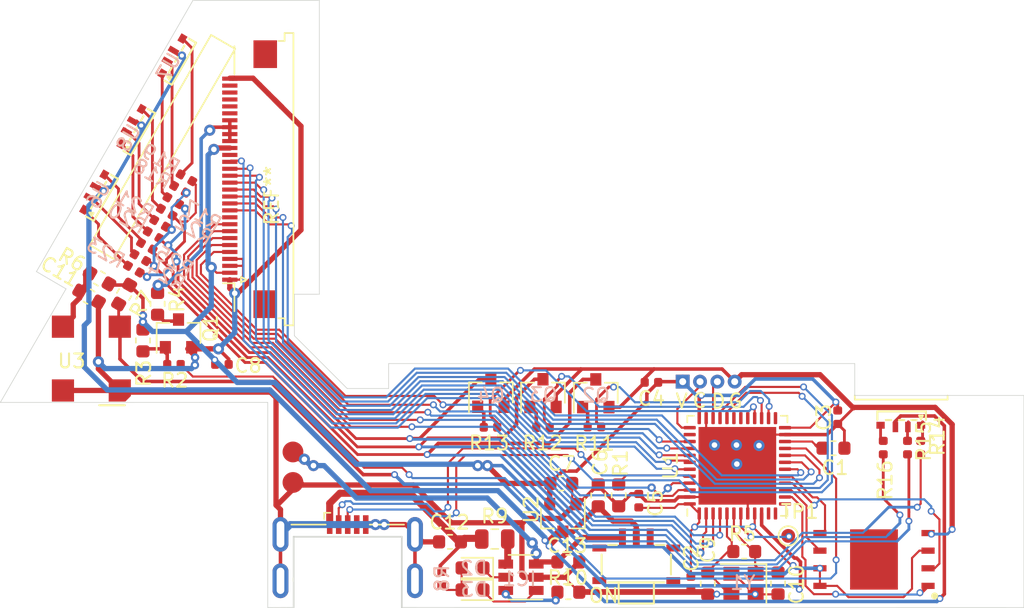
<source format=kicad_pcb>
(kicad_pcb (version 20171130) (host pcbnew "(5.1.6)-1")
  (layers (0 F.Cu signal) (31 B.Cu signal) (34 B.Paste user hide) (35 F.Paste user hide) (36 B.SilkS user) (37 F.SilkS user) (38 B.Mask user hide) (39 F.Mask user hide) (44 Edge.Cuts user))
  (net 0 "")
  (net 1 "Net-(C1-Pad2)")
  (net 2 Earth)
  (net 3 +3V3)
  (net 4 "Net-(R1-Pad1)")
  (net 5 "Net-(U1-Pad38)")
  (net 6 "Net-(U1-Pad25)")
  (net 7 /BLK)
  (net 8 /LEDK)
  (net 9 /SWDIO)
  (net 10 /SWCLK)
  (net 11 /LED_G)
  (net 12 /LED_R)
  (net 13 /LED_B)
  (net 14 "Net-(Q1-Pad3)")
  (net 15 "Net-(C11-Pad1)")
  (net 16 "Net-(Q1-Pad1)")
  (net 17 "Net-(U1-Pad29)")
  (net 18 /Bat_+)
  (net 19 /V_IN)
  (net 20 /XTALA)
  (net 21 /XTALB)
  (net 22 VBUS)
  (net 23 "Net-(D2-Pad2)")
  (net 24 "Net-(D2-Pad1)")
  (net 25 "Net-(D3-Pad1)")
  (net 26 "Net-(IC1-Pad6)")
  (net 27 "Net-(IC1-Pad4)")
  (net 28 /~RESET)
  (net 29 /~RD)
  (net 30 /~WR)
  (net 31 /RS)
  (net 32 /~CS)
  (net 33 /DB7)
  (net 34 /DB6)
  (net 35 /DB5)
  (net 36 /DB4)
  (net 37 /DB3)
  (net 38 /DB2)
  (net 39 /DB1)
  (net 40 /DB0)
  (net 41 /USBDM)
  (net 42 "Net-(J2-Pad4)")
  (net 43 /USBDP)
  (net 44 /IR_DATA)
  (net 45 "Net-(TP1-Pad1)")
  (net 46 "Net-(U1-Pad31)")
  (net 47 "Net-(U1-Pad30)")
  (net 48 /F_MOSI)
  (net 49 /F_MISO)
  (net 50 /F_CLK)
  (net 51 /F_CS)
  (net 52 "Net-(Q2-Pad1)")
  (net 53 "Net-(Q3-Pad1)")
  (net 54 "Net-(Q4-Pad1)")
  (net 55 /LEDG)
  (net 56 /LEDR)
  (net 57 /LEDB)
  (net 58 "Net-(R14-Pad2)")
  (net 59 "Net-(R15-Pad2)")
  (net 60 "Net-(R16-Pad2)")
  (net 61 "Net-(R17-Pad2)")
  (net 62 "Net-(R18-Pad2)")
  (net 63 "Net-(R19-Pad2)")
  (net 64 "Net-(R20-Pad2)")
  (net 65 "Net-(R21-Pad2)")
  (net 66 "Net-(R22-Pad2)")
  (net 67 "Net-(R23-Pad2)")
  (net 68 "Net-(R24-Pad2)")
  (net 69 "Net-(R25-Pad2)")
  (net 70 "Net-(SW1-Pad1)")
  (net 71 "Net-(U1-Pad13)")
  (net 72 "Net-(U1-Pad12)")
  (net 73 "Net-(U1-Pad11)")
  (net 74 "Net-(J1-Pad26)")
  (net 75 "Net-(J1-Pad28)")
  (net 76 "Net-(J1-Pad29)")
  (net 77 "Net-(J1-Pad27)")
  (net 78 "Net-(J1-Pad25)")
  (net 79 "Net-(J1-Pad10)")
  (net 80 "Net-(J1-Pad19)")
  (module SamacSys_Parts:FFC-1x30-1MP_P0.5mm_Horizontal (layer F.Cu) (at 50.65 29.85 90)
    (fp_text reference J1 hide)
    (fp_text value Conn_01x30)
    (fp_text user REF** (at -1.18 0.0821 90) (layer F.SilkS))
    (pad MP smd rect (at 9.017 -0.381 90) (size 2 1.7) (layers F.Cu F.Paste F.Mask))
    (pad 6 smd rect (at -4.75 -2.9375 90) (size 0.3 1.1) (layers F.Cu F.Paste F.Mask) (net 32 /~CS))
    (pad 24 smd rect (at 4.25 -2.9375 90) (size 0.3 1.1) (layers F.Cu F.Paste F.Mask) (net 8 /LEDK))
    (pad 26 smd rect (at 5.25 -2.9375 90) (size 0.3 1.1) (layers F.Cu F.Paste F.Mask) (net 74 "Net-(J1-Pad26)"))
    (pad 28 smd rect (at 6.25 -2.9375 90) (size 0.3 1.1) (layers F.Cu F.Paste F.Mask) (net 75 "Net-(J1-Pad28)"))
    (pad 18 smd rect (at 1.25 -2.9375 90) (size 0.3 1.1) (layers F.Cu F.Paste F.Mask) (net 33 /DB7))
    (pad 29 smd rect (at 6.75 -2.9375 90) (size 0.3 1.1) (layers F.Cu F.Paste F.Mask) (net 76 "Net-(J1-Pad29)"))
    (pad 7 smd rect (at -4.25 -2.9375 90) (size 0.3 1.1) (layers F.Cu F.Paste F.Mask) (net 31 /RS))
    (pad 13 smd rect (at -1.25 -2.9375 90) (size 0.3 1.1) (layers F.Cu F.Paste F.Mask) (net 38 /DB2))
    (pad 22 smd rect (at 3.25 -2.9375 90) (size 0.3 1.1) (layers F.Cu F.Paste F.Mask) (net 8 /LEDK))
    (pad 8 smd rect (at -3.75 -2.9375 90) (size 0.3 1.1) (layers F.Cu F.Paste F.Mask) (net 30 /~WR))
    (pad 21 smd rect (at 2.75 -2.9375 90) (size 0.3 1.1) (layers F.Cu F.Paste F.Mask) (net 8 /LEDK))
    (pad 27 smd rect (at 5.75 -2.9375 90) (size 0.3 1.1) (layers F.Cu F.Paste F.Mask) (net 77 "Net-(J1-Pad27)"))
    (pad 2 smd rect (at -6.75 -2.9375 90) (size 0.3 1.1) (layers F.Cu F.Paste F.Mask) (net 3 +3V3))
    (pad MP smd rect (at -9.017 -0.381 90) (size 2 1.7) (layers F.Cu F.Paste F.Mask))
    (pad 16 smd rect (at 0.25 -2.9375 90) (size 0.3 1.1) (layers F.Cu F.Paste F.Mask) (net 35 /DB5))
    (pad 5 smd rect (at -5.25 -2.9375 90) (size 0.3 1.1) (layers F.Cu F.Paste F.Mask) (net 28 /~RESET))
    (pad 11 smd rect (at -2.25 -2.9375 90) (size 0.3 1.1) (layers F.Cu F.Paste F.Mask) (net 40 /DB0))
    (pad 17 smd rect (at 0.75 -2.9375 90) (size 0.3 1.1) (layers F.Cu F.Paste F.Mask) (net 34 /DB6))
    (pad 20 smd rect (at 2.25 -2.9375 90) (size 0.3 1.1) (layers F.Cu F.Paste F.Mask) (net 3 +3V3))
    (pad 1 smd rect (at -7.25 -2.9375 90) (size 0.3 1.1) (layers F.Cu F.Paste F.Mask) (net 2 Earth))
    (pad 4 smd rect (at -5.75 -2.9375 90) (size 0.3 1.1) (layers F.Cu F.Paste F.Mask) (net 2 Earth))
    (pad 23 smd rect (at 3.75 -2.9375 90) (size 0.3 1.1) (layers F.Cu F.Paste F.Mask) (net 8 /LEDK))
    (pad 25 smd rect (at 4.75 -2.9375 90) (size 0.3 1.1) (layers F.Cu F.Paste F.Mask) (net 78 "Net-(J1-Pad25)"))
    (pad 15 smd rect (at -0.25 -2.9375 90) (size 0.3 1.1) (layers F.Cu F.Paste F.Mask) (net 36 /DB4))
    (pad 12 smd rect (at -1.75 -2.9375 90) (size 0.3 1.1) (layers F.Cu F.Paste F.Mask) (net 39 /DB1))
    (pad 30 smd rect (at 7.25 -2.9375 90) (size 0.3 1.1) (layers F.Cu F.Paste F.Mask) (net 2 Earth))
    (pad 9 smd rect (at -3.25 -2.9375 90) (size 0.3 1.1) (layers F.Cu F.Paste F.Mask) (net 29 /~RD))
    (pad 14 smd rect (at -0.75 -2.9375 90) (size 0.3 1.1) (layers F.Cu F.Paste F.Mask) (net 37 /DB3))
    (pad 10 smd rect (at -2.75 -2.9375 90) (size 0.3 1.1) (layers F.Cu F.Paste F.Mask) (net 79 "Net-(J1-Pad10)"))
    (pad 3 smd rect (at -6.25 -2.9375 90) (size 0.3 1.1) (layers F.Cu F.Paste F.Mask) (net 2 Earth))
    (pad 19 smd rect (at 1.75 -2.9375 90) (size 0.3 1.1) (layers F.Cu F.Paste F.Mask) (net 80 "Net-(J1-Pad19)"))
  )
  (module Resistor_SMD:R_0402_1005Metric (layer F.Cu) (at 42.2104 33.8621 150)
    (fp_text reference R20 (at 2.244977 0.053014 150) (layer B.SilkS) (effects (justify mirror)))
    (fp_text value 470R)
    (pad 2 smd roundrect (at 0.485 0 150) (size 0.59 0.64) (layers F.Cu F.Paste F.Mask) (net 64 "Net-(R20-Pad2)"))
    (pad 1 smd roundrect (at -0.485 0 150) (size 0.59 0.64) (layers F.Cu F.Paste F.Mask) (net 13 /LED_B))
  )
  (module Resistor_SMD:R_0402_1005Metric (layer F.Cu) (at 41.7278 34.6876 150)
    (fp_text reference R25 (at -2.25552 0.055726 150) (layer B.SilkS) (effects (justify mirror)))
    (fp_text value 470R)
    (pad 2 smd roundrect (at 0.485 0 150) (size 0.59 0.64) (layers F.Cu F.Paste F.Mask) (net 69 "Net-(R25-Pad2)"))
    (pad 1 smd roundrect (at -0.485 0 150) (size 0.59 0.64) (layers F.Cu F.Paste F.Mask) (net 12 /LED_R))
  )
  (module Resistor_SMD:R_0603_1608Metric (layer F.Cu) (at 42.5025 38.8405 270)
    (fp_text reference R4 (at -0.3429 -1.4097 90) (layer F.SilkS))
    (fp_text value 10R)
    (pad 2 smd roundrect (at 0.7875 0 270) (size 0.875 0.95) (layers F.Cu F.Paste F.Mask) (net 14 "Net-(Q1-Pad3)"))
    (pad 1 smd roundrect (at -0.7875 0 270) (size 0.875 0.95) (layers F.Cu F.Paste F.Mask) (net 8 /LEDK))
  )
  (module Resistor_SMD:R_0603_1608Metric (layer F.Cu) (at 40.0895 38.1674 240)
    (fp_text reference R7 (at -0.008084 -1.461802 60) (layer F.SilkS))
    (fp_text value 10K)
    (pad 2 smd roundrect (at 0.7875 0 240) (size 0.875 0.95) (layers F.Cu F.Paste F.Mask) (net 44 /IR_DATA))
    (pad 1 smd roundrect (at -0.7875 0 240) (size 0.875 0.95) (layers F.Cu F.Paste F.Mask) (net 3 +3V3))
  )
  (module SamacSys_Parts:RGB-3510-Side-Common_anode (layer F.Cu) (at 43.7528 21.149802 60)
    (fp_text reference U7 (at -0.730684 -0.097986 60) (layer B.SilkS) (effects (justify mirror)))
    (fp_text value LEB_BGAR)
    (pad 4 smd rect (at 1.52 -0.25 60) (size 0.6 0.5) (layers F.Cu F.Paste F.Mask) (net 63 "Net-(R19-Pad2)"))
    (pad 3 smd rect (at 0.45 -0.375 60) (size 0.4 0.75) (layers F.Cu F.Paste F.Mask) (net 19 /V_IN))
    (pad 1 smd rect (at -1.4 -0.25 60) (size 0.6 0.5) (layers F.Cu F.Paste F.Mask) (net 61 "Net-(R17-Pad2)"))
    (pad 2 smd rect (at -0.45 -0.375 60) (size 0.4 0.75) (layers F.Cu F.Paste F.Mask) (net 62 "Net-(R18-Pad2)"))
  )
  (module Resistor_SMD:R_0402_1005Metric (layer F.Cu) (at 66.518301 47.743202)
    (fp_text reference R13 (at -0.101701 1.142998) (layer F.SilkS))
    (fp_text value 1K)
    (pad 2 smd roundrect (at 0.485 0) (size 0.59 0.64) (layers F.Cu F.Paste F.Mask) (net 57 /LEDB))
    (pad 1 smd roundrect (at -0.485 0) (size 0.59 0.64) (layers F.Cu F.Paste F.Mask) (net 54 "Net-(Q4-Pad1)"))
  )
  (module Resistor_SMD:R_0402_1005Metric (layer F.Cu) (at 70.302799 47.768604)
    (fp_text reference R12 (at -0.025399 1.117596) (layer F.SilkS))
    (fp_text value 1K)
    (pad 2 smd roundrect (at 0.485 0) (size 0.59 0.64) (layers F.Cu F.Paste F.Mask) (net 56 /LEDR))
    (pad 1 smd roundrect (at -0.485 0) (size 0.59 0.64) (layers F.Cu F.Paste F.Mask) (net 53 "Net-(Q3-Pad1)"))
  )
  (module Resistor_SMD:R_0402_1005Metric (layer F.Cu) (at 74.0112 47.717799)
    (fp_text reference R11 (at 0 1.193801) (layer F.SilkS))
    (fp_text value 1K)
    (pad 2 smd roundrect (at 0.485 0) (size 0.59 0.64) (layers F.Cu F.Paste F.Mask) (net 55 /LEDG))
    (pad 1 smd roundrect (at -0.485 0) (size 0.59 0.64) (layers F.Cu F.Paste F.Mask) (net 52 "Net-(Q2-Pad1)"))
  )
  (module Resistor_SMD:R_0402_1005Metric (layer F.Cu) (at 63.0003 58.6525 90)
    (fp_text reference R8 (at 0 0.0127 90) (layer B.SilkS) (effects (justify mirror)))
    (fp_text value 1K)
    (pad 2 smd roundrect (at 0.485 0 90) (size 0.59 0.64) (layers F.Cu F.Paste F.Mask) (net 22 VBUS))
    (pad 1 smd roundrect (at -0.485 0 90) (size 0.59 0.64) (layers F.Cu F.Paste F.Mask) (net 23 "Net-(D2-Pad2)"))
  )
  (module Resistor_SMD:R_0402_1005Metric (layer F.Cu) (at 43.6836 43.2093)
    (fp_text reference R2 (at 0.0635 1.1557) (layer F.SilkS))
    (fp_text value 1K)
    (pad 2 smd roundrect (at 0.485 0) (size 0.59 0.64) (layers F.Cu F.Paste F.Mask) (net 7 /BLK))
    (pad 1 smd roundrect (at -0.485 0) (size 0.59 0.64) (layers F.Cu F.Paste F.Mask) (net 16 "Net-(Q1-Pad1)"))
  )
  (module Capacitor_SMD:C_0402_1005Metric (layer F.Cu) (at 47.1468 43.2109)
    (fp_text reference C8 (at 1.8923 0.0889) (layer F.SilkS))
    (fp_text value 0.1uF)
    (pad 2 smd roundrect (at 0.485 0) (size 0.59 0.64) (layers F.Cu F.Paste F.Mask) (net 2 Earth))
    (pad 1 smd roundrect (at -0.485 0) (size 0.59 0.64) (layers F.Cu F.Paste F.Mask) (net 3 +3V3))
  )
  (module Capacitor_SMD:C_0402_1005Metric (layer F.Cu) (at 77.2116 53.0391 90)
    (fp_text reference C5 (at -0.1905 1.2065 90) (layer F.SilkS))
    (fp_text value 0.1uF)
    (pad 2 smd roundrect (at 0.485 0 90) (size 0.59 0.64) (layers F.Cu F.Paste F.Mask) (net 2 Earth))
    (pad 1 smd roundrect (at -0.485 0 90) (size 0.59 0.64) (layers F.Cu F.Paste F.Mask) (net 3 +3V3))
  )
  (module Capacitor_SMD:C_0402_1005Metric (layer F.Cu) (at 78.126 44.5047 180)
    (fp_text reference C4 (at 0 -1.17) (layer F.SilkS))
    (fp_text value 0.1uF)
    (pad 2 smd roundrect (at 0.485 0 180) (size 0.59 0.64) (layers F.Cu F.Paste F.Mask) (net 2 Earth))
    (pad 1 smd roundrect (at -0.485 0 180) (size 0.59 0.64) (layers F.Cu F.Paste F.Mask) (net 3 +3V3))
  )
  (module Capacitor_SMD:C_0402_1005Metric (layer F.Cu) (at 91.5626 47.0193 270)
    (fp_text reference C3 (at 0.0127 1.0033 90) (layer F.SilkS))
    (fp_text value 0.1uF)
    (pad 2 smd roundrect (at 0.485 0 270) (size 0.59 0.64) (layers F.Cu F.Paste F.Mask) (net 2 Earth))
    (pad 1 smd roundrect (at -0.485 0 270) (size 0.59 0.64) (layers F.Cu F.Paste F.Mask) (net 3 +3V3))
  )
  (module Capacitor_SMD:C_0402_1005Metric (layer F.Cu) (at 80.9708 59.0081 270)
    (fp_text reference C2 (at -1.8161 -0.0381 90) (layer F.SilkS))
    (fp_text value 0.1uF)
    (pad 2 smd roundrect (at 0.485 0 270) (size 0.59 0.64) (layers F.Cu F.Paste F.Mask) (net 2 Earth))
    (pad 1 smd roundrect (at -0.485 0 270) (size 0.59 0.64) (layers F.Cu F.Paste F.Mask) (net 3 +3V3))
  )
  (module SamacSys_Parts:RGB-3510-Side-Common_anode (layer F.Cu) (at 40.8064 26.229802 60)
    (fp_text reference U8 (at -0.760277 -0.022242 60) (layer B.SilkS) (effects (justify mirror)))
    (fp_text value LEB_BGAR)
    (pad 4 smd rect (at 1.52 -0.25 60) (size 0.6 0.5) (layers F.Cu F.Paste F.Mask) (net 66 "Net-(R22-Pad2)"))
    (pad 3 smd rect (at 0.45 -0.375 60) (size 0.4 0.75) (layers F.Cu F.Paste F.Mask) (net 19 /V_IN))
    (pad 1 smd rect (at -1.4 -0.25 60) (size 0.6 0.5) (layers F.Cu F.Paste F.Mask) (net 64 "Net-(R20-Pad2)"))
    (pad 2 smd rect (at -0.45 -0.375 60) (size 0.4 0.75) (layers F.Cu F.Paste F.Mask) (net 65 "Net-(R21-Pad2)"))
  )
  (module SamacSys_Parts:RGB-3510-Side-Common_anode (layer F.Cu) (at 38.121 30.9665 60)
    (fp_text reference U6 (at 0.046151 0.105337 60) (layer B.SilkS) (effects (justify mirror)))
    (fp_text value LEB_BGAR)
    (pad 4 smd rect (at 1.52 -0.25 60) (size 0.6 0.5) (layers F.Cu F.Paste F.Mask) (net 69 "Net-(R25-Pad2)"))
    (pad 3 smd rect (at 0.45 -0.375 60) (size 0.4 0.75) (layers F.Cu F.Paste F.Mask) (net 19 /V_IN))
    (pad 1 smd rect (at -1.4 -0.25 60) (size 0.6 0.5) (layers F.Cu F.Paste F.Mask) (net 67 "Net-(R23-Pad2)"))
    (pad 2 smd rect (at -0.45 -0.375 60) (size 0.4 0.75) (layers F.Cu F.Paste F.Mask) (net 68 "Net-(R24-Pad2)"))
  )
  (module SamacSys_Parts:RGB-3510-Side-Common_anode (layer F.Cu) (at 96.1727 47.3495 180)
    (fp_text reference U5 hide)
    (fp_text value LEB_BGAR)
    (pad 4 smd rect (at 1.52 -0.25 180) (size 0.6 0.5) (layers F.Cu F.Paste F.Mask) (net 60 "Net-(R16-Pad2)"))
    (pad 3 smd rect (at 0.45 -0.375 180) (size 0.4 0.75) (layers F.Cu F.Paste F.Mask) (net 19 /V_IN))
    (pad 1 smd rect (at -1.4 -0.25 180) (size 0.6 0.5) (layers F.Cu F.Paste F.Mask) (net 58 "Net-(R14-Pad2)"))
    (pad 2 smd rect (at -0.45 -0.375 180) (size 0.4 0.75) (layers F.Cu F.Paste F.Mask) (net 59 "Net-(R15-Pad2)"))
  )
  (module SamacSys_Parts:SON127P800X600X80-9N-D (layer F.Cu) (at 94.1788 57.2809 180)
    (fp_text reference U4 hide)
    (fp_text value W25Q128JVS hide)
    (pad 9 smd rect (at 0 0 180) (size 3.45 4.35) (layers F.Cu F.Paste F.Mask))
    (pad 8 smd rect (at 3.9 -1.905 270) (size 0.45 0.95) (layers F.Cu F.Paste F.Mask) (net 3 +3V3))
    (pad 7 smd rect (at 3.9 -0.635 270) (size 0.45 0.95) (layers F.Cu F.Paste F.Mask) (net 3 +3V3))
    (pad 6 smd rect (at 3.9 0.635 270) (size 0.45 0.95) (layers F.Cu F.Paste F.Mask) (net 50 /F_CLK))
    (pad 5 smd rect (at 3.9 1.905 270) (size 0.45 0.95) (layers F.Cu F.Paste F.Mask) (net 48 /F_MOSI))
    (pad 4 smd rect (at -3.9 1.905 270) (size 0.45 0.95) (layers F.Cu F.Paste F.Mask) (net 2 Earth))
    (pad 3 smd rect (at -3.9 0.635 270) (size 0.45 0.95) (layers F.Cu F.Paste F.Mask) (net 3 +3V3))
    (pad 2 smd rect (at -3.9 -0.635 270) (size 0.45 0.95) (layers F.Cu F.Paste F.Mask) (net 49 /F_MISO))
    (pad 1 smd rect (at -3.9 -1.905 270) (size 0.45 0.95) (layers F.Cu F.Paste F.Mask) (net 51 /F_CS))
  )
  (module SamacSys_Parts:USB_Micro-B_Molex_Sink (layer F.Cu) (at 56.2185 58.6398)
    (fp_text reference J2 hide)
    (fp_text value USB_B_Micro)
    (fp_line (start -3.9 -3) (end 3.9 -3) (layer Edge.Cuts) (width 0.12))
    (fp_line (start 3.9 -3) (end 3.9 2.1) (layer Edge.Cuts) (width 0.12))
    (fp_line (start -3.9 -3) (end -3.9 2.1) (layer Edge.Cuts) (width 0.12))
    (pad 6 thru_hole oval (at 4.85 -3.17 180) (size 1.15 2.5) (drill oval 0.55 1.9) (layers *.Cu *.Mask) (net 2 Earth))
    (pad 6 thru_hole oval (at 4.85 0.18 180) (size 1.15 2.5) (drill oval 0.55 1.9) (layers *.Cu *.Mask) (net 2 Earth))
    (pad 6 thru_hole oval (at -4.85 -3.17 180) (size 1.15 2.5) (drill oval 0.55 1.9) (layers *.Cu *.Mask) (net 2 Earth))
    (pad 6 thru_hole oval (at -4.85 0.18 180) (size 1.15 2.5) (drill oval 0.55 1.9) (layers *.Cu *.Mask) (net 2 Earth))
    (pad 2 smd rect (at -0.65 -3.8755) (size 0.4 1.35) (layers F.Cu F.Paste F.Mask) (net 41 /USBDM))
    (pad 1 smd rect (at -1.3 -3.8755) (size 0.4 1.35) (layers F.Cu F.Paste F.Mask) (net 22 VBUS))
    (pad 4 smd rect (at 0.65 -3.8755) (size 0.4 1.35) (layers F.Cu F.Paste F.Mask) (net 42 "Net-(J2-Pad4)"))
    (pad 5 smd rect (at 1.3 -3.8755) (size 0.4 1.35) (layers F.Cu F.Paste F.Mask) (net 2 Earth))
    (pad 3 smd rect (at 0 -3.8755) (size 0.4 1.35) (layers F.Cu F.Paste F.Mask) (net 43 /USBDP))
  )
  (module Resistor_SMD:R_0402_1005Metric (layer F.Cu) (at 41.2579 35.5131 150)
    (fp_text reference R24 (at -2.264483 -0.188399 150) (layer B.SilkS) (effects (justify mirror)))
    (fp_text value 470R)
    (pad 2 smd roundrect (at 0.485 0 150) (size 0.59 0.64) (layers F.Cu F.Paste F.Mask) (net 68 "Net-(R24-Pad2)"))
    (pad 1 smd roundrect (at -0.485 0 150) (size 0.59 0.64) (layers F.Cu F.Paste F.Mask) (net 11 /LED_G))
  )
  (module Resistor_SMD:R_0402_1005Metric (layer F.Cu) (at 40.788 36.3386 150)
    (fp_text reference R23 (at 2.350314 0.006863 150) (layer B.SilkS) (effects (justify mirror)))
    (fp_text value 470R)
    (pad 2 smd roundrect (at 0.485 0 150) (size 0.59 0.64) (layers F.Cu F.Paste F.Mask) (net 67 "Net-(R23-Pad2)"))
    (pad 1 smd roundrect (at -0.485 0 150) (size 0.59 0.64) (layers F.Cu F.Paste F.Mask) (net 13 /LED_B))
  )
  (module Resistor_SMD:R_0402_1005Metric (layer F.Cu) (at 43.1629 32.2238 150)
    (fp_text reference R22 (at -2.328772 -0.121952 150) (layer B.SilkS) (effects (justify mirror)))
    (fp_text value 470R)
    (pad 2 smd roundrect (at 0.485 0 150) (size 0.59 0.64) (layers F.Cu F.Paste F.Mask) (net 66 "Net-(R22-Pad2)"))
    (pad 1 smd roundrect (at -0.485 0 150) (size 0.59 0.64) (layers F.Cu F.Paste F.Mask) (net 12 /LED_R))
  )
  (module Resistor_SMD:R_0402_1005Metric (layer F.Cu) (at 42.6803 33.0366 150)
    (fp_text reference R21 (at 2.256887 0.251443 150) (layer B.SilkS) (effects (justify mirror)))
    (fp_text value 470R)
    (pad 2 smd roundrect (at 0.485 0 150) (size 0.59 0.64) (layers F.Cu F.Paste F.Mask) (net 65 "Net-(R21-Pad2)"))
    (pad 1 smd roundrect (at -0.485 0 150) (size 0.59 0.64) (layers F.Cu F.Paste F.Mask) (net 11 /LED_G))
  )
  (module Resistor_SMD:R_0402_1005Metric (layer F.Cu) (at 44.5853 29.7473 150)
    (fp_text reference R19 (at 2.278884 0.238743 150) (layer B.SilkS) (effects (justify mirror)))
    (fp_text value 470R)
    (pad 2 smd roundrect (at 0.485 0 150) (size 0.59 0.64) (layers F.Cu F.Paste F.Mask) (net 63 "Net-(R19-Pad2)"))
    (pad 1 smd roundrect (at -0.485 0 150) (size 0.59 0.64) (layers F.Cu F.Paste F.Mask) (net 12 /LED_R))
  )
  (module Resistor_SMD:R_0402_1005Metric (layer F.Cu) (at 44.1154 30.5728 150)
    (fp_text reference R18 (at 2.290217 -0.046429 150) (layer B.SilkS) (effects (justify mirror)))
    (fp_text value 470R)
    (pad 2 smd roundrect (at 0.485 0 150) (size 0.59 0.64) (layers F.Cu F.Paste F.Mask) (net 62 "Net-(R18-Pad2)"))
    (pad 1 smd roundrect (at -0.485 0 150) (size 0.59 0.64) (layers F.Cu F.Paste F.Mask) (net 11 /LED_G))
  )
  (module Resistor_SMD:R_0402_1005Metric (layer F.Cu) (at 43.6328 31.3983 150)
    (fp_text reference R17 (at -2.360856 0.101877 150) (layer B.SilkS) (effects (justify mirror)))
    (fp_text value 470R)
    (pad 2 smd roundrect (at 0.485 0 150) (size 0.59 0.64) (layers F.Cu F.Paste F.Mask) (net 61 "Net-(R17-Pad2)"))
    (pad 1 smd roundrect (at -0.485 0 150) (size 0.59 0.64) (layers F.Cu F.Paste F.Mask) (net 13 /LED_B))
  )
  (module Resistor_SMD:R_0402_1005Metric (layer F.Cu) (at 94.8468 49.2109 90)
    (fp_text reference R16 (at -2.3495 0.1397 90) (layer F.SilkS))
    (fp_text value 470R)
    (pad 2 smd roundrect (at 0.485 0 90) (size 0.59 0.64) (layers F.Cu F.Paste F.Mask) (net 60 "Net-(R16-Pad2)"))
    (pad 1 smd roundrect (at -0.485 0 90) (size 0.59 0.64) (layers F.Cu F.Paste F.Mask) (net 12 /LED_R))
  )
  (module Resistor_SMD:R_0402_1005Metric (layer F.Cu) (at 96.5968 49.2109 90)
    (fp_text reference R15 (at 0.4572 1.1684 90) (layer F.SilkS))
    (fp_text value 470R)
    (pad 2 smd roundrect (at 0.485 0 90) (size 0.59 0.64) (layers F.Cu F.Paste F.Mask) (net 59 "Net-(R15-Pad2)"))
    (pad 1 smd roundrect (at -0.485 0 90) (size 0.59 0.64) (layers F.Cu F.Paste F.Mask) (net 11 /LED_G))
  )
  (module Resistor_SMD:R_0402_1005Metric (layer F.Cu) (at 97.5468 49.2109 90)
    (fp_text reference R14 (at 0.8382 1.2065 90) (layer F.SilkS))
    (fp_text value 470R)
    (pad 2 smd roundrect (at 0.485 0 90) (size 0.59 0.64) (layers F.Cu F.Paste F.Mask) (net 58 "Net-(R14-Pad2)"))
    (pad 1 smd roundrect (at -0.485 0 90) (size 0.59 0.64) (layers F.Cu F.Paste F.Mask) (net 13 /LED_B))
  )
  (module Crystal:Crystal_SMD_2520-4Pin_2.5x2.0mm (layer F.Cu) (at 84.7681 59.0081 180)
    (fp_text reference Y1 (at 0.0508 0.0508) (layer B.SilkS) (effects (justify mirror)))
    (fp_text value 25MHz/20pF/10ppm)
    (pad 4 smd rect (at -0.875 -0.7 180) (size 1.15 1) (layers F.Cu F.Paste F.Mask) (net 2 Earth))
    (pad 3 smd rect (at 0.875 -0.7 180) (size 1.15 1) (layers F.Cu F.Paste F.Mask) (net 20 /XTALA))
    (pad 2 smd rect (at 0.875 0.7 180) (size 1.15 1) (layers F.Cu F.Paste F.Mask) (net 2 Earth))
    (pad 1 smd rect (at -0.875 0.7 180) (size 1.15 1) (layers F.Cu F.Paste F.Mask) (net 21 /XTALB))
  )
  (module SamacSys_Parts:IRM-H2XXT_TR2 (layer F.Cu) (at 37.7273 42.7902 180)
    (fp_text reference U3 (at 1.4224 -0.1778) (layer F.SilkS))
    (fp_text value IRM-H2XXT_TR2)
    (pad 1 smd custom (at -2.05 -2.3 180) (size 1.2 1.2) (layers F.Cu F.Paste F.Mask) (net 2 Earth) (options (clearance outline) (anchor rect)) (primitives (gr_poly (pts (xy 0.8 -0.8) (xy -0.4 -0.8) (xy -0.8 -0.4) (xy -0.8 0.8) (xy 0.8 0.8)) (width 0))))
    (pad 3 smd rect (at 2.05 2.3 180) (size 1.6 1.6) (layers F.Cu F.Paste F.Mask) (net 15 "Net-(C11-Pad1)"))
    (pad 2 smd rect (at -2.05 2.3 180) (size 1.6 1.6) (layers F.Cu F.Paste F.Mask) (net 44 /IR_DATA))
    (pad 4 smd rect (at 2.05 -2.3 180) (size 1.6 1.6) (layers F.Cu F.Paste F.Mask) (net 2 Earth))
  )
  (module Package_TO_SOT_SMD:SOT-23 (layer F.Cu) (at 71.7379 54.2837 270)
    (fp_text reference U2 (at -0.6096 2.286 90) (layer F.SilkS))
    (fp_text value XC6206)
    (pad 3 smd rect (at 1 0 270) (size 0.9 0.8) (layers F.Cu F.Paste F.Mask) (net 19 /V_IN))
    (pad 2 smd rect (at -1 0.95 270) (size 0.9 0.8) (layers F.Cu F.Paste F.Mask) (net 3 +3V3))
    (pad 1 smd rect (at -1 -0.95 270) (size 0.9 0.8) (layers F.Cu F.Paste F.Mask) (net 2 Earth))
  )
  (module Package_DFN_QFN:QFN-48-1EP_7x7mm_P0.5mm_EP5.6x5.6mm (layer F.Cu) (at 84.3236 50.5245 90)
    (fp_text reference U1 (at 0 -4.82 90) (layer F.SilkS))
    (fp_text value STM32F401CCUx)
    (pad 49 smd rect (at 0 0 90) (size 5.6 5.6) (layers F.Cu F.Mask) (net 2 Earth))
    (pad 48 smd roundrect (at -2.75 -3.4375 90) (size 0.25 0.875) (layers F.Cu F.Paste F.Mask) (net 3 +3V3))
    (pad 47 smd roundrect (at -2.25 -3.4375 90) (size 0.25 0.875) (layers F.Cu F.Paste F.Mask) (net 2 Earth))
    (pad 46 smd roundrect (at -1.75 -3.4375 90) (size 0.25 0.875) (layers F.Cu F.Paste F.Mask) (net 28 /~RESET))
    (pad 45 smd roundrect (at -1.25 -3.4375 90) (size 0.25 0.875) (layers F.Cu F.Paste F.Mask) (net 32 /~CS))
    (pad 44 smd roundrect (at -0.75 -3.4375 90) (size 0.25 0.875) (layers F.Cu F.Paste F.Mask) (net 4 "Net-(R1-Pad1)"))
    (pad 43 smd roundrect (at -0.25 -3.4375 90) (size 0.25 0.875) (layers F.Cu F.Paste F.Mask) (net 33 /DB7))
    (pad 42 smd roundrect (at 0.25 -3.4375 90) (size 0.25 0.875) (layers F.Cu F.Paste F.Mask) (net 34 /DB6))
    (pad 41 smd roundrect (at 0.75 -3.4375 90) (size 0.25 0.875) (layers F.Cu F.Paste F.Mask) (net 35 /DB5))
    (pad 40 smd roundrect (at 1.25 -3.4375 90) (size 0.25 0.875) (layers F.Cu F.Paste F.Mask) (net 36 /DB4))
    (pad 39 smd roundrect (at 1.75 -3.4375 90) (size 0.25 0.875) (layers F.Cu F.Paste F.Mask) (net 37 /DB3))
    (pad 38 smd roundrect (at 2.25 -3.4375 90) (size 0.25 0.875) (layers F.Cu F.Paste F.Mask) (net 5 "Net-(U1-Pad38)"))
    (pad 37 smd roundrect (at 2.75 -3.4375 90) (size 0.25 0.875) (layers F.Cu F.Paste F.Mask) (net 10 /SWCLK))
    (pad 36 smd roundrect (at 3.4375 -2.75 90) (size 0.875 0.25) (layers F.Cu F.Paste F.Mask) (net 3 +3V3))
    (pad 35 smd roundrect (at 3.4375 -2.25 90) (size 0.875 0.25) (layers F.Cu F.Paste F.Mask) (net 2 Earth))
    (pad 34 smd roundrect (at 3.4375 -1.75 90) (size 0.875 0.25) (layers F.Cu F.Paste F.Mask) (net 9 /SWDIO))
    (pad 33 smd roundrect (at 3.4375 -1.25 90) (size 0.875 0.25) (layers F.Cu F.Paste F.Mask) (net 43 /USBDP))
    (pad 32 smd roundrect (at 3.4375 -0.75 90) (size 0.875 0.25) (layers F.Cu F.Paste F.Mask) (net 41 /USBDM))
    (pad 31 smd roundrect (at 3.4375 -0.25 90) (size 0.875 0.25) (layers F.Cu F.Paste F.Mask) (net 46 "Net-(U1-Pad31)"))
    (pad 30 smd roundrect (at 3.4375 0.25 90) (size 0.875 0.25) (layers F.Cu F.Paste F.Mask) (net 47 "Net-(U1-Pad30)"))
    (pad 29 smd roundrect (at 3.4375 0.75 90) (size 0.875 0.25) (layers F.Cu F.Paste F.Mask) (net 17 "Net-(U1-Pad29)"))
    (pad 28 smd roundrect (at 3.4375 1.25 90) (size 0.875 0.25) (layers F.Cu F.Paste F.Mask) (net 57 /LEDB))
    (pad 27 smd roundrect (at 3.4375 1.75 90) (size 0.875 0.25) (layers F.Cu F.Paste F.Mask) (net 56 /LEDR))
    (pad 26 smd roundrect (at 3.4375 2.25 90) (size 0.875 0.25) (layers F.Cu F.Paste F.Mask) (net 55 /LEDG))
    (pad 25 smd roundrect (at 3.4375 2.75 90) (size 0.875 0.25) (layers F.Cu F.Paste F.Mask) (net 6 "Net-(U1-Pad25)"))
    (pad 24 smd roundrect (at 2.75 3.4375 90) (size 0.25 0.875) (layers F.Cu F.Paste F.Mask) (net 3 +3V3))
    (pad 23 smd roundrect (at 2.25 3.4375 90) (size 0.25 0.875) (layers F.Cu F.Paste F.Mask) (net 2 Earth))
    (pad 22 smd roundrect (at 1.75 3.4375 90) (size 0.25 0.875) (layers F.Cu F.Paste F.Mask) (net 1 "Net-(C1-Pad2)"))
    (pad 21 smd roundrect (at 1.25 3.4375 90) (size 0.25 0.875) (layers F.Cu F.Paste F.Mask) (net 7 /BLK))
    (pad 20 smd roundrect (at 0.75 3.4375 90) (size 0.25 0.875) (layers F.Cu F.Paste F.Mask) (net 38 /DB2))
    (pad 19 smd roundrect (at 0.25 3.4375 90) (size 0.25 0.875) (layers F.Cu F.Paste F.Mask) (net 39 /DB1))
    (pad 18 smd roundrect (at -0.25 3.4375 90) (size 0.25 0.875) (layers F.Cu F.Paste F.Mask) (net 40 /DB0))
    (pad 17 smd roundrect (at -0.75 3.4375 90) (size 0.25 0.875) (layers F.Cu F.Paste F.Mask) (net 48 /F_MOSI))
    (pad 16 smd roundrect (at -1.25 3.4375 90) (size 0.25 0.875) (layers F.Cu F.Paste F.Mask) (net 49 /F_MISO))
    (pad 15 smd roundrect (at -1.75 3.4375 90) (size 0.25 0.875) (layers F.Cu F.Paste F.Mask) (net 50 /F_CLK))
    (pad 14 smd roundrect (at -2.25 3.4375 90) (size 0.25 0.875) (layers F.Cu F.Paste F.Mask) (net 51 /F_CS))
    (pad 13 smd roundrect (at -2.75 3.4375 90) (size 0.25 0.875) (layers F.Cu F.Paste F.Mask) (net 71 "Net-(U1-Pad13)"))
    (pad 12 smd roundrect (at -3.4375 2.75 90) (size 0.875 0.25) (layers F.Cu F.Paste F.Mask) (net 72 "Net-(U1-Pad12)"))
    (pad 11 smd roundrect (at -3.4375 2.25 90) (size 0.875 0.25) (layers F.Cu F.Paste F.Mask) (net 73 "Net-(U1-Pad11)"))
    (pad 10 smd roundrect (at -3.4375 1.75 90) (size 0.875 0.25) (layers F.Cu F.Paste F.Mask) (net 44 /IR_DATA))
    (pad 9 smd roundrect (at -3.4375 1.25 90) (size 0.875 0.25) (layers F.Cu F.Paste F.Mask) (net 3 +3V3))
    (pad 8 smd roundrect (at -3.4375 0.75 90) (size 0.875 0.25) (layers F.Cu F.Paste F.Mask) (net 2 Earth))
    (pad 7 smd roundrect (at -3.4375 0.25 90) (size 0.875 0.25) (layers F.Cu F.Paste F.Mask) (net 45 "Net-(TP1-Pad1)"))
    (pad 6 smd roundrect (at -3.4375 -0.25 90) (size 0.875 0.25) (layers F.Cu F.Paste F.Mask) (net 21 /XTALB))
    (pad 5 smd roundrect (at -3.4375 -0.75 90) (size 0.875 0.25) (layers F.Cu F.Paste F.Mask) (net 20 /XTALA))
    (pad 4 smd roundrect (at -3.4375 -1.25 90) (size 0.875 0.25) (layers F.Cu F.Paste F.Mask) (net 31 /RS))
    (pad 3 smd roundrect (at -3.4375 -1.75 90) (size 0.875 0.25) (layers F.Cu F.Paste F.Mask) (net 30 /~WR))
    (pad 2 smd roundrect (at -3.4375 -2.25 90) (size 0.875 0.25) (layers F.Cu F.Paste F.Mask) (net 29 /~RD))
    (pad 1 smd roundrect (at -3.4375 -2.75 90) (size 0.875 0.25) (layers F.Cu F.Paste F.Mask) (net 3 +3V3))
  )
  (module TestPoint:TestPoint_Pad_D1.0mm (layer F.Cu) (at 87.9939 55.5791)
    (fp_text reference TP1 (at 0.8255 -1.7526) (layer F.SilkS))
    (fp_text value NRST)
    (pad 1 smd circle (at 0 0) (size 1 1) (layers F.Cu F.Mask) (net 45 "Net-(TP1-Pad1)"))
  )
  (module SamacSys_Parts:MSKT-12C00-switch-smd (layer F.Cu) (at 77.0338 55.8839)
    (fp_text reference SW1 hide)
    (fp_text value SW_SPDT)
    (pad "" np_thru_hole circle (at 1.5 1.7465 90) (size 0.9 0.9) (drill 0.9) (layers *.Cu *.Mask))
    (pad "" np_thru_hole circle (at -1.5 1.7465 90) (size 0.9 0.9) (drill 0.9) (layers *.Cu *.Mask))
    (pad 0 smd rect (at 2.667 2.921 90) (size 0.5 1) (layers F.Cu F.Paste F.Mask))
    (pad 0 smd rect (at -2.667 2.9215 90) (size 0.5 1) (layers F.Cu F.Paste F.Mask))
    (pad 0 smd rect (at 2.667 0.5715 90) (size 0.5 1) (layers F.Cu F.Paste F.Mask))
    (pad 0 smd rect (at -2.667 0.5715 90) (size 0.5 1) (layers F.Cu F.Paste F.Mask))
    (pad 3 smd rect (at -1 -0.1905) (size 0.5 1.3) (layers F.Cu F.Paste F.Mask) (net 18 /Bat_+))
    (pad 1 smd rect (at 1 -0.1905) (size 0.5 1.3) (layers F.Cu F.Paste F.Mask) (net 70 "Net-(SW1-Pad1)"))
    (pad 2 smd rect (at 0 -0.1905) (size 0.5 1.3) (layers F.Cu F.Paste F.Mask) (net 19 /V_IN))
  )
  (module Resistor_SMD:R_0603_1608Metric (layer F.Cu) (at 72.1316 59.6431)
    (fp_text reference R10 (at -0.0381 -1.0414) (layer F.SilkS))
    (fp_text value 3K)
    (pad 2 smd roundrect (at 0.7875 0) (size 0.875 0.95) (layers F.Cu F.Paste F.Mask) (net 2 Earth))
    (pad 1 smd roundrect (at -0.7875 0) (size 0.875 0.95) (layers F.Cu F.Paste F.Mask) (net 26 "Net-(IC1-Pad6)"))
  )
  (module Resistor_SMD:R_0805_2012Metric (layer F.Cu) (at 66.823 55.8077)
    (fp_text reference R9 (at 0 -1.65) (layer F.SilkS))
    (fp_text value 0.5R)
    (pad 2 smd roundrect (at 0.9375 0) (size 0.975 1.4) (layers F.Cu F.Paste F.Mask) (net 27 "Net-(IC1-Pad4)"))
    (pad 1 smd roundrect (at -0.9375 0) (size 0.975 1.4) (layers F.Cu F.Paste F.Mask) (net 22 VBUS))
  )
  (module Resistor_SMD:R_0603_1608Metric (layer F.Cu) (at 38.3115 37.0117 330)
    (fp_text reference R6 (at -2.39522 -0.186242 150) (layer F.SilkS))
    (fp_text value 100R)
    (pad 2 smd roundrect (at 0.7875 0 330) (size 0.875 0.95) (layers F.Cu F.Paste F.Mask) (net 3 +3V3))
    (pad 1 smd roundrect (at -0.7875 0 330) (size 0.875 0.95) (layers F.Cu F.Paste F.Mask) (net 15 "Net-(C11-Pad1)"))
  )
  (module Resistor_SMD:R_0603_1608Metric (layer F.Cu) (at 84.8189 56.7094 180)
    (fp_text reference R5 (at 0.1397 1.27) (layer F.SilkS))
    (fp_text value 10M)
    (pad 2 smd roundrect (at 0.7875 0 180) (size 0.875 0.95) (layers F.Cu F.Paste F.Mask) (net 20 /XTALA))
    (pad 1 smd roundrect (at -0.7875 0 180) (size 0.875 0.95) (layers F.Cu F.Paste F.Mask) (net 21 /XTALB))
  )
  (module Resistor_SMD:R_0603_1608Metric (layer F.Cu) (at 41.4484 41.4821 270)
    (fp_text reference R3 (at 2.3749 -0.0635 90) (layer F.SilkS))
    (fp_text value 10K)
    (pad 2 smd roundrect (at 0.7875 0 270) (size 0.875 0.95) (layers F.Cu F.Paste F.Mask) (net 16 "Net-(Q1-Pad1)"))
    (pad 1 smd roundrect (at -0.7875 0 270) (size 0.875 0.95) (layers F.Cu F.Paste F.Mask) (net 3 +3V3))
  )
  (module Resistor_SMD:R_0603_1608Metric (layer F.Cu) (at 75.7638 52.6581 270)
    (fp_text reference R1 (at -2.3114 -0.127 90) (layer F.SilkS))
    (fp_text value 100K)
    (pad 2 smd roundrect (at 0.7875 0 270) (size 0.875 0.95) (layers F.Cu F.Paste F.Mask) (net 2 Earth))
    (pad 1 smd roundrect (at -0.7875 0 270) (size 0.875 0.95) (layers F.Cu F.Paste F.Mask) (net 4 "Net-(R1-Pad1)"))
  )
  (module Package_TO_SOT_SMD:SOT-23 (layer F.Cu) (at 66.5436 45.266695 90)
    (fp_text reference Q4 (at -0.165105 0 180) (layer B.SilkS) (effects (justify mirror)))
    (fp_text value SS8050)
    (pad 3 smd rect (at 1 0 90) (size 0.9 0.8) (layers F.Cu F.Paste F.Mask) (net 13 /LED_B))
    (pad 2 smd rect (at -1 0.95 90) (size 0.9 0.8) (layers F.Cu F.Paste F.Mask) (net 2 Earth))
    (pad 1 smd rect (at -1 -0.95 90) (size 0.9 0.8) (layers F.Cu F.Paste F.Mask) (net 54 "Net-(Q4-Pad1)"))
  )
  (module Package_TO_SOT_SMD:SOT-23 (layer F.Cu) (at 70.302802 45.279399 90)
    (fp_text reference Q3 (at -0.114301 0.038098) (layer B.SilkS) (effects (justify mirror)))
    (fp_text value SS8050)
    (pad 3 smd rect (at 1 0 90) (size 0.9 0.8) (layers F.Cu F.Paste F.Mask) (net 12 /LED_R))
    (pad 2 smd rect (at -1 0.95 90) (size 0.9 0.8) (layers F.Cu F.Paste F.Mask) (net 2 Earth))
    (pad 1 smd rect (at -1 -0.95 90) (size 0.9 0.8) (layers F.Cu F.Paste F.Mask) (net 53 "Net-(Q3-Pad1)"))
  )
  (module Package_TO_SOT_SMD:SOT-23 (layer F.Cu) (at 74.112795 45.292101 90)
    (fp_text reference Q2 (at -0.152399 0.012705 180) (layer B.SilkS) (effects (justify mirror)))
    (fp_text value SS8050)
    (pad 3 smd rect (at 1 0 90) (size 0.9 0.8) (layers F.Cu F.Paste F.Mask) (net 11 /LED_G))
    (pad 2 smd rect (at -1 0.95 90) (size 0.9 0.8) (layers F.Cu F.Paste F.Mask) (net 2 Earth))
    (pad 1 smd rect (at -1 -0.95 90) (size 0.9 0.8) (layers F.Cu F.Paste F.Mask) (net 52 "Net-(Q2-Pad1)"))
  )
  (module Package_TO_SOT_SMD:SOT-23 (layer F.Cu) (at 44.0138 40.9741 90)
    (fp_text reference Q1 (at 0.3683 2.3114 90) (layer F.SilkS))
    (fp_text value SS8050)
    (pad 3 smd rect (at 1 0 90) (size 0.9 0.8) (layers F.Cu F.Paste F.Mask) (net 14 "Net-(Q1-Pad3)"))
    (pad 2 smd rect (at -1 0.95 90) (size 0.9 0.8) (layers F.Cu F.Paste F.Mask) (net 2 Earth))
    (pad 1 smd rect (at -1 -0.95 90) (size 0.9 0.8) (layers F.Cu F.Paste F.Mask) (net 16 "Net-(Q1-Pad1)"))
  )
  (module SamacSys_Parts:Con-1x4-P1.25mm (layer F.Cu) (at 81.6312 44.4539)
    (fp_text reference J3 hide)
    (fp_text value SWD)
    (pad 4 thru_hole oval (at 2.5 0) (size 1 1) (drill 0.5) (layers *.Cu *.Mask) (net 2 Earth))
    (pad 3 thru_hole oval (at 1.25 0) (size 1 1) (drill 0.5) (layers *.Cu *.Mask) (net 9 /SWDIO))
    (pad 2 thru_hole oval (at 0 0) (size 1 1) (drill 0.5) (layers *.Cu *.Mask) (net 10 /SWCLK))
    (pad 1 thru_hole rect (at -1.25 0) (size 1 1) (drill 0.5) (layers *.Cu *.Mask) (net 3 +3V3))
  )
  (module Package_TO_SOT_SMD:SOT-23-6 (layer F.Cu) (at 68.7153 58.5636 180)
    (fp_text reference IC1 (at 0.1143 -0.127) (layer B.SilkS) (effects (justify mirror)))
    (fp_text value TP4057)
    (pad 5 smd rect (at 1.1 0 180) (size 1.06 0.65) (layers F.Cu F.Paste F.Mask) (net 24 "Net-(D2-Pad1)"))
    (pad 6 smd rect (at 1.1 -0.95 180) (size 1.06 0.65) (layers F.Cu F.Paste F.Mask) (net 26 "Net-(IC1-Pad6)"))
    (pad 4 smd rect (at 1.1 0.95 180) (size 1.06 0.65) (layers F.Cu F.Paste F.Mask) (net 27 "Net-(IC1-Pad4)"))
    (pad 3 smd rect (at -1.1 0.95 180) (size 1.06 0.65) (layers F.Cu F.Paste F.Mask) (net 18 /Bat_+))
    (pad 2 smd rect (at -1.1 0 180) (size 1.06 0.65) (layers F.Cu F.Paste F.Mask) (net 2 Earth))
    (pad 1 smd rect (at -1.1 -0.95 180) (size 1.06 0.65) (layers F.Cu F.Paste F.Mask) (net 25 "Net-(D3-Pad1)"))
  )
  (module LED_SMD:LED_0603_1608Metric (layer F.Cu) (at 65.2228 59.478 180)
    (fp_text reference D3 (at -0.1143 0.0254) (layer B.SilkS) (effects (justify mirror)))
    (fp_text value R_LED)
    (pad 2 smd roundrect (at 0.7875 0 180) (size 0.875 0.95) (layers F.Cu F.Paste F.Mask) (net 23 "Net-(D2-Pad2)"))
    (pad 1 smd roundrect (at -0.7875 0 180) (size 0.875 0.95) (layers F.Cu F.Paste F.Mask) (net 25 "Net-(D3-Pad1)"))
  )
  (module LED_SMD:LED_0603_1608Metric (layer F.Cu) (at 65.2228 57.8905 180)
    (fp_text reference D2 (at -0.0889 -0.0254) (layer B.SilkS) (effects (justify mirror)))
    (fp_text value G_LED)
    (pad 2 smd roundrect (at 0.7875 0 180) (size 0.875 0.95) (layers F.Cu F.Paste F.Mask) (net 23 "Net-(D2-Pad2)"))
    (pad 1 smd roundrect (at -0.7875 0 180) (size 0.875 0.95) (layers F.Cu F.Paste F.Mask) (net 24 "Net-(D2-Pad1)"))
  )
  (module Capacitor_SMD:C_0603_1608Metric (layer F.Cu) (at 72.1316 57.4587 180)
    (fp_text reference C13 (at 0.0889 1.1684) (layer F.SilkS))
    (fp_text value 1uF)
    (pad 2 smd roundrect (at 0.7875 0 180) (size 0.875 0.95) (layers F.Cu F.Paste F.Mask) (net 18 /Bat_+))
    (pad 1 smd roundrect (at -0.7875 0 180) (size 0.875 0.95) (layers F.Cu F.Paste F.Mask) (net 2 Earth))
  )
  (module Capacitor_SMD:C_0603_1608Metric (layer F.Cu) (at 63.5972 56.0109)
    (fp_text reference C12 (at -0.0381 -1.4097) (layer F.SilkS))
    (fp_text value 1uF)
    (pad 2 smd roundrect (at 0.7875 0) (size 0.875 0.95) (layers F.Cu F.Paste F.Mask) (net 22 VBUS))
    (pad 1 smd roundrect (at -0.7875 0) (size 0.875 0.95) (layers F.Cu F.Paste F.Mask) (net 2 Earth))
  )
  (module Capacitor_SMD:C_0603_1608Metric (layer F.Cu) (at 37.5622 38.3198 330)
    (fp_text reference C11 (at -2.733805 -0.518689 150) (layer F.SilkS))
    (fp_text value 2.2uF)
    (pad 2 smd roundrect (at 0.7875 0 330) (size 0.875 0.95) (layers F.Cu F.Paste F.Mask) (net 2 Earth))
    (pad 1 smd roundrect (at -0.7875 0 330) (size 0.875 0.95) (layers F.Cu F.Paste F.Mask) (net 15 "Net-(C11-Pad1)"))
  )
  (module Capacitor_SMD:C_0603_1608Metric (layer F.Cu) (at 87.2573 59.0081 90)
    (fp_text reference C10 (at -0.0635 1.3335 90) (layer F.SilkS))
    (fp_text value 22pF)
    (pad 2 smd roundrect (at 0.7875 0 90) (size 0.875 0.95) (layers F.Cu F.Paste F.Mask) (net 21 /XTALB))
    (pad 1 smd roundrect (at -0.7875 0 90) (size 0.875 0.95) (layers F.Cu F.Paste F.Mask) (net 2 Earth))
  )
  (module Capacitor_SMD:C_0603_1608Metric (layer F.Cu) (at 82.19 59.0208 90)
    (fp_text reference C9 (at 2.4384 0 90) (layer F.SilkS))
    (fp_text value 22pF)
    (pad 2 smd roundrect (at 0.7875 0 90) (size 0.875 0.95) (layers F.Cu F.Paste F.Mask) (net 20 /XTALA))
    (pad 1 smd roundrect (at -0.7875 0 90) (size 0.875 0.95) (layers F.Cu F.Paste F.Mask) (net 2 Earth))
  )
  (module Capacitor_SMD:C_0603_1608Metric (layer F.Cu) (at 71.6236 51.7945)
    (fp_text reference C7 (at 0 -1.43) (layer F.SilkS))
    (fp_text value 1uF)
    (pad 2 smd roundrect (at 0.7875 0) (size 0.875 0.95) (layers F.Cu F.Paste F.Mask) (net 2 Earth))
    (pad 1 smd roundrect (at -0.7875 0) (size 0.875 0.95) (layers F.Cu F.Paste F.Mask) (net 3 +3V3))
  )
  (module Capacitor_SMD:C_0603_1608Metric (layer F.Cu) (at 74.2906 52.6581 90)
    (fp_text reference C6 (at 2.3749 0.1397 90) (layer F.SilkS))
    (fp_text value 1uF)
    (pad 2 smd roundrect (at 0.7875 0 90) (size 0.875 0.95) (layers F.Cu F.Paste F.Mask) (net 2 Earth))
    (pad 1 smd roundrect (at -0.7875 0 90) (size 0.875 0.95) (layers F.Cu F.Paste F.Mask) (net 19 /V_IN))
  )
  (module Capacitor_SMD:C_0603_1608Metric (layer F.Cu) (at 91.2578 49.2545 180)
    (fp_text reference C1 (at -0.1016 -1.4097) (layer F.SilkS))
    (fp_text value 2.2uF)
    (pad 2 smd roundrect (at 0.7875 0 180) (size 0.875 0.95) (layers F.Cu F.Paste F.Mask) (net 1 "Net-(C1-Pad2)"))
    (pad 1 smd roundrect (at -0.7875 0 180) (size 0.875 0.95) (layers F.Cu F.Paste F.Mask) (net 2 Earth))
  )
  (module SamacSys_Parts:Pad-2.2mm_1.5x1.5 (layer F.Cu) (at 52.2688 50.6261 270)
    (fp_text reference BT1 hide)
    (fp_text value Li-on)
    (pad 1 smd circle (at -1.1 0 270) (size 1.5 1.5) (layers F.Cu F.Paste F.Mask) (net 18 /Bat_+))
    (pad 2 smd circle (at 1.1 0 270) (size 1.5 1.5) (layers F.Cu F.Paste F.Mask) (net 2 Earth))
  )
  (gr_text G (at 84.1839 45.8509) (layer F.SilkS) (effects (font (size 1.016 1.016) (thickness 0.1524))))
  (gr_text D (at 82.9647 45.8636) (layer F.SilkS) (effects (font (size 1.016 1.016) (thickness 0.1524))))
  (gr_text C (at 81.5931 45.8255) (layer F.SilkS) (effects (font (size 1.016 1.016) (thickness 0.1524))))
  (gr_text V (at 80.3104 45.8509) (layer F.SilkS) (effects (font (size 1.016 1.016) (thickness 0.1524))))
  (gr_text ON (at 74.6843 59.8844) (layer F.SilkS) (effects (font (size 1.016 1.016) (thickness 0.1524))))
  (gr_line (start 33.7649 36.5164) (end 35.8985 37.761) (layer Edge.Cuts) (width 0.05))
  (gr_line (start 45.0552 16.95) (end 33.7649 36.5164) (layer Edge.Cuts) (width 0.05))
  (gr_line (start 31.1614 45.9525) (end 35.8985 37.761) (layer Edge.Cuts) (width 0.05))
  (gr_line (start 52.3185 60.7398) (end 50.45 60.75) (layer Edge.Cuts) (width 0.05))
  (gr_line (start 37.613299 34.603044) (end 39.345349 35.603044) (layer F.SilkS) (width 0.12))
  (gr_line (start 46.3633 19.4476) (end 48.09535 20.4476) (layer F.SilkS) (width 0.12))
  (gr_line (start 48.09535 20.4476) (end 39.345349 35.603044) (layer F.SilkS) (width 0.12))
  (gr_line (start 46.3633 19.4476) (end 37.613299 34.603044) (layer F.SilkS) (width 0.12))
  (gr_line (start 99.4874 45.4572) (end 99.4874 45.7493) (layer F.SilkS) (width 0.12))
  (gr_line (start 92.79 45.45) (end 92.7945 45.7493) (layer F.SilkS) (width 0.12))
  (gr_line (start 92.7945 45.7493) (end 99.4874 45.7493) (layer F.SilkS) (width 0.12))
  (gr_line (start 54.17 16.95) (end 45.0552 16.95) (layer Edge.Cuts) (width 0.05))
  (gr_line (start 54.17 38.15) (end 54.17 16.95) (layer Edge.Cuts) (width 0.05))
  (gr_line (start 52.37 38.15) (end 54.17 38.15) (layer Edge.Cuts) (width 0.05))
  (gr_line (start 52.37 41.14) (end 52.37 38.15) (layer Edge.Cuts) (width 0.05))
  (gr_line (start 56.18 44.95) (end 52.37 41.14) (layer Edge.Cuts) (width 0.05))
  (gr_line (start 59.17 44.95) (end 56.18 44.95) (layer Edge.Cuts) (width 0.05))
  (gr_line (start 59.17 43.15) (end 59.17 44.95) (layer Edge.Cuts) (width 0.05))
  (gr_line (start 92.79 43.15) (end 59.17 43.15) (layer Edge.Cuts) (width 0.05))
  (gr_line (start 92.79 43.15) (end 92.79 45.45) (layer Edge.Cuts) (width 0.05))
  (gr_line (start 104.99 45.45) (end 92.79 45.45) (layer Edge.Cuts) (width 0.05))
  (gr_line (start 104.99 60.75) (end 104.99 45.45) (layer Edge.Cuts) (width 0.05))
  (gr_line (start 60.1185 60.7398) (end 104.99 60.75) (layer Edge.Cuts) (width 0.05))
  (gr_line (start 50.45 45.95) (end 50.45 60.75) (layer Edge.Cuts) (width 0.05))
  (gr_line (start 31.1614 45.9525) (end 50.45 45.95) (layer Edge.Cuts) (width 0.05))
  (segment (start 89.7111 48.7745) (end 87.7611 48.7745) (width 0.1524) (layer F.Cu) (net 1))
  (segment (start 89.9624 49.0258) (end 89.7111 48.7745) (width 0.1524) (layer F.Cu) (net 1))
  (segment (start 90.1911 49.2545) (end 89.9624 49.0258) (width 0.2032) (layer F.Cu) (net 1))
  (segment (start 90.4703 49.2545) (end 90.1911 49.2545) (width 0.2032) (layer F.Cu) (net 1))
  (via (at 82.6726 49.0259) (size 0.8) (drill 0.4) (layers F.Cu B.Cu) (net 2))
  (via (at 85.8857 49.064) (size 0.8) (drill 0.4) (layers F.Cu B.Cu) (net 2))
  (via (at 84.2855 50.3975) (size 0.8) (drill 0.4) (layers F.Cu B.Cu) (net 2))
  (via (at 84.2601 49.0259) (size 0.8) (drill 0.4) (layers F.Cu B.Cu) (net 2))
  (via (at 98.319 55.4521) (size 0.5) (drill 0.3) (layers F.Cu B.Cu) (net 2))
  (segment (start 35.69 45.0902) (end 39.79 45.0902) (width 0.381) (layer F.Cu) (net 2))
  (segment (start 49.4212 22.6) (end 49.4212 22.6) (width 0.254) (layer F.Cu) (net 2))
  (segment (start 39.79 45.0902) (end 39.84515 45.03505) (width 0.508) (layer F.Cu) (net 2))
  (segment (start 57.5185 54.7643) (end 58.2144 54.7643) (width 0.508) (layer F.Cu) (net 2))
  (segment (start 58.8494 54.7643) (end 58.9764 54.7643) (width 0.508) (layer F.Cu) (net 2))
  (via (at 58.8494 54.7643) (size 0.8) (drill 0.4) (layers F.Cu B.Cu) (net 2))
  (segment (start 58.2144 54.7643) (end 58.8494 54.7643) (width 0.508) (layer F.Cu) (net 2))
  (via (at 58.2144 54.7643) (size 0.8) (drill 0.4) (layers F.Cu B.Cu) (net 2))
  (segment (start 58.2144 54.7643) (end 58.8494 54.7643) (width 0.508) (layer B.Cu) (net 2))
  (segment (start 52.074 54.7643) (end 51.3685 55.4698) (width 0.508) (layer B.Cu) (net 2))
  (segment (start 58.8494 54.7643) (end 52.074 54.7643) (width 0.508) (layer B.Cu) (net 2))
  (segment (start 61.2894 55.2489) (end 61.0685 55.4698) (width 0.254) (layer F.Cu) (net 2))
  (segment (start 62.8097 56.0109) (end 61.1878 56.0109) (width 0.254) (layer F.Cu) (net 2))
  (segment (start 60.363 54.7643) (end 61.0685 55.4698) (width 0.254) (layer F.Cu) (net 2))
  (segment (start 58.8494 54.7643) (end 60.363 54.7643) (width 0.254) (layer F.Cu) (net 2))
  (segment (start 61.0685 55.4698) (end 61.0685 58.8198) (width 0.254) (layer F.Cu) (net 2))
  (segment (start 51.3685 55.4698) (end 51.3685 58.8198) (width 0.254) (layer F.Cu) (net 2))
  (segment (start 51.0846 53.39798) (end 52.7768 51.70578) (width 0.254) (layer F.Cu) (net 2))
  (segment (start 71.8396 58.5636) (end 72.9191 59.6431) (width 0.1524) (layer F.Cu) (net 2))
  (segment (start 69.8153 58.5636) (end 71.8396 58.5636) (width 0.1524) (layer F.Cu) (net 2))
  (segment (start 71.8396 58.5382) (end 72.9191 57.4587) (width 0.1524) (layer F.Cu) (net 2))
  (segment (start 71.8396 58.5636) (end 71.8396 58.5382) (width 0.1524) (layer F.Cu) (net 2))
  (segment (start 84.4519 58.2954) (end 84.4519 58.2954) (width 0.1524) (layer F.Cu) (net 2))
  (segment (start 82.8377 59.8082) (end 82.8377 59.8082) (width 0.1524) (layer F.Cu) (net 2))
  (segment (start 84.4519 58.2954) (end 84.4519 58.2954) (width 0.1524) (layer F.Cu) (net 2))
  (segment (start 72.4111 53.0069) (end 72.6879 53.2837) (width 0.1524) (layer F.Cu) (net 2))
  (segment (start 72.4111 51.7945) (end 72.4111 53.0069) (width 0.1524) (layer F.Cu) (net 2))
  (segment (start 68.886799 54.452099) (end 68.886799 58.317499) (width 0.1524) (layer F.Cu) (net 2))
  (segment (start 68.886799 58.317499) (end 69.1329 58.5636) (width 0.1524) (layer F.Cu) (net 2))
  (segment (start 69.1329 58.5636) (end 69.8153 58.5636) (width 0.1524) (layer F.Cu) (net 2))
  (segment (start 68.942399 54.396499) (end 68.886799 54.452099) (width 0.1524) (layer F.Cu) (net 2))
  (segment (start 85.0736 51.2745) (end 84.3236 50.5245) (width 0.1524) (layer F.Cu) (net 2))
  (segment (start 85.0736 53.962) (end 85.0736 51.2745) (width 0.1524) (layer F.Cu) (net 2))
  (segment (start 86.5736 48.2745) (end 84.3236 50.5245) (width 0.1524) (layer F.Cu) (net 2))
  (segment (start 87.7611 48.2745) (end 86.5736 48.2745) (width 0.1524) (layer F.Cu) (net 2))
  (segment (start 82.0736 48.2745) (end 84.3236 50.5245) (width 0.1524) (layer F.Cu) (net 2))
  (segment (start 82.0736 47.087) (end 82.0736 48.2745) (width 0.1524) (layer F.Cu) (net 2))
  (segment (start 82.0736 52.7745) (end 84.3236 50.5245) (width 0.1524) (layer F.Cu) (net 2))
  (segment (start 80.8861 52.7745) (end 82.0736 52.7745) (width 0.1524) (layer F.Cu) (net 2))
  (segment (start 92.0453 49.2545) (end 92.0453 49.2545) (width 0.2032) (layer F.Cu) (net 2))
  (segment (start 49.38779 22.56659) (end 47.933445 22.56659) (width 0.381) (layer F.Cu) (net 2))
  (segment (start 47.933445 22.56659) (end 47.7125 22.56659) (width 0.381) (layer F.Cu) (net 2))
  (segment (start 38.2354 43.5356) (end 39.79 45.0902) (width 0.381) (layer F.Cu) (net 2))
  (segment (start 38.2354 39.0437) (end 38.2354 43.0187) (width 0.381) (layer F.Cu) (net 2))
  (segment (start 49.87205 23.05085) (end 49.38779 22.56659) (width 0.381) (layer F.Cu) (net 2))
  (segment (start 50.9212 24.1) (end 51.453001 24.631801) (width 0.381) (layer F.Cu) (net 2))
  (segment (start 50.4212 23.6) (end 50.49435 23.67315) (width 0.254) (layer F.Cu) (net 2))
  (segment (start 51.453001 24.631801) (end 50.49435 23.67315) (width 0.381) (layer F.Cu) (net 2))
  (segment (start 50.49435 23.67315) (end 49.87205 23.05085) (width 0.381) (layer F.Cu) (net 2))
  (segment (start 39.84515 45.03505) (end 40.259881 44.620319) (width 0.508) (layer F.Cu) (net 2))
  (segment (start 38.2354 43.0187) (end 38.2354 43.5356) (width 0.381) (layer F.Cu) (net 2))
  (via (at 38.2354 43.0187) (size 0.8) (drill 0.4) (layers F.Cu B.Cu) (net 2))
  (via (at 46.893401 42.088401) (size 0.8) (drill 0.4) (layers F.Cu B.Cu) (net 2))
  (segment (start 44.6971 42.0884) (end 44.6971 42.0884) (width 0.381) (layer F.Cu) (net 2))
  (segment (start 46.327716 42.088401) (end 46.893401 42.088401) (width 0.381) (layer F.Cu) (net 2))
  (segment (start 44.6971 42.0884) (end 44.6971 42.0884) (width 0.381) (layer F.Cu) (net 2))
  (segment (start 44.6971 42.0884) (end 44.6971 42.0884) (width 0.381) (layer F.Cu) (net 2))
  (via (at 45.2076 42.714) (size 0.6) (drill 0.3) (layers F.Cu B.Cu) (net 2))
  (segment (start 44.6971 42.0884) (end 46.327716 42.088401) (width 0.381) (layer F.Cu) (net 2))
  (segment (start 45.2076 42.5989) (end 44.6971 42.0884) (width 0.381) (layer F.Cu) (net 2))
  (segment (start 45.2076 42.714) (end 45.2076 42.5989) (width 0.381) (layer F.Cu) (net 2))
  (segment (start 84.0681 58.3081) (end 85.4681 59.7081) (width 0.1524) (layer F.Cu) (net 2))
  (segment (start 85.7306 59.7956) (end 85.6431 59.7081) (width 0.1524) (layer F.Cu) (net 2))
  (segment (start 87.2573 59.7956) (end 85.7306 59.7956) (width 0.1524) (layer F.Cu) (net 2))
  (segment (start 81.8748 59.4931) (end 82.19 59.8083) (width 0.1524) (layer F.Cu) (net 2))
  (segment (start 72.9191 59.6431) (end 73.0691 59.4931) (width 0.1524) (layer F.Cu) (net 2))
  (segment (start 73.0691 59.4931) (end 81.8748 59.4931) (width 0.1524) (layer F.Cu) (net 2))
  (segment (start 67.4936 45.735679) (end 67.4936 46.266695) (width 0.254) (layer F.Cu) (net 2))
  (segment (start 69.68578 43.543499) (end 67.4936 45.735679) (width 0.254) (layer F.Cu) (net 2))
  (segment (start 84.1312 44.4539) (end 83.220799 43.543499) (width 0.254) (layer F.Cu) (net 2))
  (segment (start 73.029301 43.543499) (end 69.68578 43.543499) (width 0.254) (layer F.Cu) (net 2))
  (segment (start 75.853599 46.292101) (end 77.641 44.5047) (width 0.254) (layer F.Cu) (net 2))
  (segment (start 75.062795 46.292101) (end 75.853599 46.292101) (width 0.254) (layer F.Cu) (net 2))
  (segment (start 77.641 44.215) (end 78.312501 43.543499) (width 0.254) (layer F.Cu) (net 2))
  (segment (start 77.641 44.5047) (end 77.641 44.215) (width 0.254) (layer F.Cu) (net 2))
  (segment (start 83.220799 43.543499) (end 78.312501 43.543499) (width 0.254) (layer F.Cu) (net 2))
  (segment (start 78.312501 43.543499) (end 73.029301 43.543499) (width 0.254) (layer F.Cu) (net 2))
  (segment (start 92.680876 46.386024) (end 91.5626 47.5043) (width 0.2032) (layer F.Cu) (net 2))
  (segment (start 91.5626 47.5043) (end 91.7173 47.5043) (width 0.2032) (layer F.Cu) (net 2))
  (segment (start 92.0453 49.2545) (end 92.0453 47.987) (width 0.2032) (layer F.Cu) (net 2))
  (segment (start 92.0453 47.987) (end 91.5626 47.5043) (width 0.2032) (layer F.Cu) (net 2))
  (segment (start 87.7865 48.2491) (end 87.7611 48.2745) (width 0.1524) (layer F.Cu) (net 2))
  (segment (start 91.5626 47.5043) (end 90.8178 48.2491) (width 0.1524) (layer F.Cu) (net 2))
  (segment (start 90.8178 48.2491) (end 87.7865 48.2491) (width 0.1524) (layer F.Cu) (net 2))
  (segment (start 72.6236 53.2837) (end 72.6879 53.2837) (width 0.381) (layer F.Cu) (net 2))
  (segment (start 71.5855 54.3218) (end 72.6236 53.2837) (width 0.381) (layer F.Cu) (net 2))
  (segment (start 68.848699 54.632901) (end 69.1598 54.3218) (width 0.381) (layer F.Cu) (net 2))
  (segment (start 69.1598 54.3218) (end 71.5855 54.3218) (width 0.381) (layer F.Cu) (net 2))
  (segment (start 90.7924 48.2745) (end 91.5626 47.5043) (width 0.254) (layer F.Cu) (net 2))
  (segment (start 87.7611 48.2745) (end 90.7924 48.2745) (width 0.254) (layer F.Cu) (net 2))
  (via (at 99.8176 55.1092) (size 0.5) (drill 0.3) (layers F.Cu B.Cu) (net 2))
  (segment (start 99.4747 55.4521) (end 99.8176 55.1092) (width 0.2032) (layer B.Cu) (net 2))
  (segment (start 98.319 55.4521) (end 99.4747 55.4521) (width 0.2032) (layer B.Cu) (net 2))
  (segment (start 71.8142 58.5636) (end 72.9191 57.4587) (width 0.381) (layer F.Cu) (net 2))
  (segment (start 69.8153 58.5636) (end 71.8142 58.5636) (width 0.381) (layer F.Cu) (net 2))
  (segment (start 82.0248 59.6431) (end 82.19 59.8083) (width 0.381) (layer F.Cu) (net 2))
  (segment (start 72.9191 59.6431) (end 82.0248 59.6431) (width 0.381) (layer F.Cu) (net 2))
  (segment (start 52.2688 52.21378) (end 51.0846 53.39798) (width 0.381) (layer F.Cu) (net 2))
  (segment (start 52.2688 51.7261) (end 52.2688 52.21378) (width 0.381) (layer F.Cu) (net 2))
  (segment (start 61.6096 56.0109) (end 61.0685 55.4698) (width 0.381) (layer F.Cu) (net 2))
  (segment (start 62.8097 56.0109) (end 61.6096 56.0109) (width 0.381) (layer F.Cu) (net 2))
  (segment (start 60.363 54.7643) (end 58.2144 54.7643) (width 0.381) (layer F.Cu) (net 2))
  (segment (start 72.8775 53.2837) (end 73.9096 52.2516) (width 0.1524) (layer F.Cu) (net 2))
  (segment (start 72.6879 53.2837) (end 72.8775 53.2837) (width 0.1524) (layer F.Cu) (net 2))
  (segment (start 73.9096 52.2516) (end 74.6588 52.2516) (width 0.1524) (layer F.Cu) (net 2))
  (segment (start 74.6588 52.2516) (end 75.8399 53.4327) (width 0.1524) (layer F.Cu) (net 2))
  (via (at 48.068284 38.079155) (size 0.8) (drill 0.4) (layers F.Cu B.Cu) (net 2))
  (segment (start 46.893401 42.088401) (end 48.068284 40.913518) (width 0.381) (layer B.Cu) (net 2))
  (segment (start 47.7125 37.1) (end 47.7125 37.723371) (width 0.381) (layer F.Cu) (net 2))
  (segment (start 47.7125 37.723371) (end 48.068284 38.079155) (width 0.381) (layer F.Cu) (net 2))
  (segment (start 48.068284 40.913518) (end 48.068284 38.079155) (width 0.381) (layer B.Cu) (net 2))
  (segment (start 47.7125 35.6) (end 48.59542 35.6) (width 0.1524) (layer F.Cu) (net 2))
  (segment (start 48.59542 35.6) (end 48.66708 35.67166) (width 0.1524) (layer F.Cu) (net 2))
  (segment (start 47.7125 36.1) (end 48.60342 36.1) (width 0.1524) (layer F.Cu) (net 2))
  (segment (start 48.66708 36.03634) (end 48.66708 35.67166) (width 0.1524) (layer F.Cu) (net 2))
  (segment (start 48.60342 36.1) (end 48.66708 36.03634) (width 0.1524) (layer F.Cu) (net 2))
  (segment (start 47.7125 37.1) (end 48.4149 37.1) (width 0.1524) (layer F.Cu) (net 2))
  (segment (start 48.66708 36.84782) (end 48.66708 36.03634) (width 0.1524) (layer F.Cu) (net 2))
  (segment (start 48.4149 37.1) (end 48.66708 36.84782) (width 0.1524) (layer F.Cu) (net 2))
  (segment (start 45.2076 42.714) (end 45.2076 43.2501) (width 0.381) (layer B.Cu) (net 2))
  (via (at 45.1968 43.2609) (size 0.6) (drill 0.3) (layers F.Cu B.Cu) (net 2))
  (segment (start 45.2076 43.2501) (end 45.1968 43.2609) (width 0.381) (layer F.Cu) (net 2))
  (segment (start 45.2076 43.2501) (end 45.1968 43.2609) (width 0.381) (layer B.Cu) (net 2))
  (segment (start 45.2076 42.714) (end 45.2076 43.2501) (width 0.381) (layer F.Cu) (net 2))
  (segment (start 44.9468 43.5109) (end 45.1968 43.2609) (width 0.381) (layer B.Cu) (net 2))
  (segment (start 38.2354 43.0187) (end 38.7276 43.5109) (width 0.381) (layer B.Cu) (net 2))
  (segment (start 38.7276 43.5109) (end 44.9468 43.5109) (width 0.381) (layer B.Cu) (net 2))
  (segment (start 47.6318 42.8268) (end 46.893401 42.088401) (width 0.254) (layer F.Cu) (net 2))
  (segment (start 47.6318 43.2109) (end 47.6318 42.8268) (width 0.254) (layer F.Cu) (net 2))
  (segment (start 48.278545 38.079155) (end 48.068284 38.079155) (width 0.381) (layer F.Cu) (net 2))
  (segment (start 52.8468 33.5109) (end 48.278545 38.079155) (width 0.381) (layer F.Cu) (net 2))
  (segment (start 51.453001 24.631801) (end 52.8468 26.0256) (width 0.381) (layer F.Cu) (net 2))
  (segment (start 52.8468 26.0256) (end 52.8468 33.5109) (width 0.381) (layer F.Cu) (net 2))
  (segment (start 51.3685 53.68188) (end 51.3685 55.4698) (width 0.381) (layer F.Cu) (net 2))
  (segment (start 51.0468 45.6109) (end 51.0468 53.36018) (width 0.381) (layer F.Cu) (net 2))
  (segment (start 39.9564 44.9111) (end 39.9564 45.2693) (width 0.381) (layer F.Cu) (net 2))
  (segment (start 50.6468 45.2109) (end 51.0468 45.6109) (width 0.381) (layer F.Cu) (net 2))
  (segment (start 39.7773 45.0902) (end 39.9564 44.9111) (width 0.381) (layer F.Cu) (net 2))
  (segment (start 51.0468 53.36018) (end 51.3685 53.68188) (width 0.381) (layer F.Cu) (net 2))
  (segment (start 39.9564 45.2693) (end 40.0148 45.2109) (width 0.381) (layer F.Cu) (net 2))
  (segment (start 40.0148 45.2109) (end 50.6468 45.2109) (width 0.381) (layer F.Cu) (net 2))
  (segment (start 69.8153 58.5636) (end 68.9043 58.5636) (width 0.381) (layer F.Cu) (net 2))
  (segment (start 68.783157 54.698443) (end 68.848699 54.632901) (width 0.381) (layer F.Cu) (net 2))
  (segment (start 68.9043 58.5636) (end 68.783157 58.442457) (width 0.381) (layer F.Cu) (net 2))
  (segment (start 68.783157 58.442457) (end 68.783157 54.698443) (width 0.381) (layer F.Cu) (net 2))
  (via (at 82.837701 59.78149) (size 0.5) (drill 0.3) (layers F.Cu B.Cu) (net 2))
  (via (at 85.606301 59.78149) (size 0.5) (drill 0.3) (layers F.Cu B.Cu) (net 2))
  (segment (start 82.810891 59.8083) (end 82.837701 59.78149) (width 0.1524) (layer F.Cu) (net 2))
  (segment (start 82.19 59.8083) (end 82.810891 59.8083) (width 0.1524) (layer F.Cu) (net 2))
  (segment (start 82.837701 59.78149) (end 85.606301 59.78149) (width 0.1524) (layer B.Cu) (net 2))
  (segment (start 52.7768 51.70578) (end 52.97982 51.9088) (width 0.381) (layer F.Cu) (net 2))
  (segment (start 52.97982 51.9088) (end 60.967204 51.9088) (width 0.381) (layer F.Cu) (net 2))
  (segment (start 60.967204 51.9088) (end 63.691305 54.632901) (width 0.381) (layer F.Cu) (net 2))
  (segment (start 63.691305 54.632901) (end 68.848699 54.632901) (width 0.381) (layer F.Cu) (net 2))
  (segment (start 72.8775 53.2837) (end 74.2906 51.8706) (width 0.254) (layer F.Cu) (net 2))
  (segment (start 74.2906 51.9724) (end 75.7638 53.4456) (width 0.254) (layer F.Cu) (net 2))
  (segment (start 74.2906 51.8706) (end 74.2906 51.9724) (width 0.254) (layer F.Cu) (net 2))
  (segment (start 77.2116 52.5541) (end 76.6468 52.5541) (width 0.254) (layer F.Cu) (net 2))
  (segment (start 75.7638 53.4456) (end 76.6553 52.5541) (width 0.254) (layer F.Cu) (net 2))
  (segment (start 76.6553 52.5541) (end 77.2116 52.5541) (width 0.254) (layer F.Cu) (net 2))
  (segment (start 77.709299 53.051799) (end 77.2116 52.5541) (width 0.254) (layer F.Cu) (net 2))
  (segment (start 80.8861 52.7745) (end 80.080291 52.7745) (width 0.254) (layer F.Cu) (net 2))
  (segment (start 79.802992 53.051799) (end 77.709299 53.051799) (width 0.254) (layer F.Cu) (net 2))
  (segment (start 80.080291 52.7745) (end 79.802992 53.051799) (width 0.254) (layer F.Cu) (net 2))
  (segment (start 71.252802 45.393728) (end 73.029301 43.617229) (width 0.254) (layer F.Cu) (net 2))
  (segment (start 73.029301 43.617229) (end 73.029301 43.543499) (width 0.254) (layer F.Cu) (net 2))
  (segment (start 71.252802 46.279399) (end 71.252802 45.393728) (width 0.254) (layer F.Cu) (net 2))
  (segment (start 98.591575 46.3109) (end 99.8176 47.536925) (width 0.381) (layer F.Cu) (net 2))
  (segment (start 84.631199 43.953901) (end 90.289801 43.953901) (width 0.381) (layer F.Cu) (net 2))
  (segment (start 84.1312 44.4539) (end 84.631199 43.953901) (width 0.381) (layer F.Cu) (net 2))
  (segment (start 99.8176 47.536925) (end 99.8176 55.1092) (width 0.381) (layer F.Cu) (net 2))
  (segment (start 92.714952 46.3109) (end 98.591575 46.3109) (width 0.381) (layer F.Cu) (net 2))
  (segment (start 92.680876 46.344976) (end 92.714952 46.3109) (width 0.381) (layer F.Cu) (net 2))
  (segment (start 90.289801 43.953901) (end 92.680876 46.344976) (width 0.381) (layer F.Cu) (net 2))
  (segment (start 70.7879 53.2837) (end 70.7879 51.8427) (width 0.381) (layer F.Cu) (net 3))
  (segment (start 80.8861 53.2745) (end 81.5736 53.962) (width 0.1524) (layer F.Cu) (net 3))
  (segment (start 90.2788 59.1859) (end 90.2788 57.9159) (width 0.1524) (layer F.Cu) (net 3))
  (segment (start 80.3812 44.191109) (end 80.3812 44.0729) (width 0.254) (layer F.Cu) (net 3))
  (segment (start 81.5736 45.9593) (end 81.5736 45.9593) (width 0.254) (layer F.Cu) (net 3))
  (segment (start 38.97704 37.485405) (end 38.891895 37.57055) (width 0.254) (layer F.Cu) (net 3))
  (segment (start 40.48325 37.485405) (end 38.97704 37.485405) (width 0.254) (layer F.Cu) (net 3))
  (via (at 41.4484 40.148596) (size 0.6) (drill 0.3) (layers F.Cu B.Cu) (net 3))
  (segment (start 41.4484 40.6946) (end 41.4484 40.148596) (width 0.254) (layer F.Cu) (net 3))
  (via (at 41.4484 39.6914) (size 0.6) (drill 0.3) (layers F.Cu B.Cu) (net 3))
  (segment (start 41.4484 38.450555) (end 41.4484 39.6914) (width 0.254) (layer F.Cu) (net 3))
  (segment (start 41.4484 40.148596) (end 41.4484 39.6914) (width 0.254) (layer F.Cu) (net 3))
  (segment (start 40.48325 37.485405) (end 41.4484 38.450555) (width 0.254) (layer F.Cu) (net 3))
  (segment (start 42.134204 40.8344) (end 41.4484 40.148596) (width 0.381) (layer B.Cu) (net 3))
  (segment (start 44.5726 40.8344) (end 42.134204 40.8344) (width 0.381) (layer B.Cu) (net 3))
  (segment (start 78.6618 44.4539) (end 78.611 44.5047) (width 0.254) (layer F.Cu) (net 3))
  (segment (start 80.3812 44.4539) (end 78.6618 44.4539) (width 0.254) (layer F.Cu) (net 3))
  (via (at 81.7201 45.444501) (size 0.5) (drill 0.3) (layers F.Cu B.Cu) (net 3))
  (segment (start 81.5736 45.591001) (end 81.7201 45.444501) (width 0.254) (layer F.Cu) (net 3))
  (segment (start 80.3812 44.0729) (end 80.3812 44.459154) (width 0.254) (layer B.Cu) (net 3))
  (segment (start 81.366547 45.444501) (end 81.7201 45.444501) (width 0.254) (layer B.Cu) (net 3))
  (segment (start 81.5736 47.087) (end 81.5736 45.591001) (width 0.254) (layer F.Cu) (net 3))
  (segment (start 80.3812 44.459154) (end 81.366547 45.444501) (width 0.254) (layer B.Cu) (net 3))
  (segment (start 81.732799 45.4572) (end 81.7201 45.444501) (width 0.254) (layer B.Cu) (net 3))
  (segment (start 85.5736 54.7736) (end 85.4285 54.9187) (width 0.1524) (layer F.Cu) (net 3))
  (segment (start 85.5736 53.962) (end 85.5736 54.7736) (width 0.1524) (layer F.Cu) (net 3))
  (via (at 81.243896 54.937704) (size 0.5) (drill 0.3) (layers F.Cu B.Cu) (net 3))
  (segment (start 81.2629 54.9187) (end 81.243896 54.937704) (width 0.1524) (layer B.Cu) (net 3))
  (segment (start 85.4285 54.9187) (end 85.4285 54.9187) (width 0.1524) (layer B.Cu) (net 3))
  (segment (start 80.9708 58.5231) (end 80.9708 55.2108) (width 0.1524) (layer F.Cu) (net 3))
  (segment (start 80.9708 55.2108) (end 81.243896 54.937704) (width 0.1524) (layer F.Cu) (net 3))
  (segment (start 85.4285 54.9187) (end 81.2629 54.9187) (width 0.1524) (layer B.Cu) (net 3))
  (via (at 85.4285 54.9187) (size 0.5) (drill 0.3) (layers F.Cu B.Cu) (net 3))
  (via (at 90.278796 57.9159) (size 0.5) (drill 0.3) (layers F.Cu B.Cu) (net 3))
  (segment (start 77.7958 45.8382) (end 72.7285 50.9055) (width 0.254) (layer F.Cu) (net 3))
  (segment (start 78.611 44.5047) (end 77.7958 45.3199) (width 0.254) (layer F.Cu) (net 3))
  (segment (start 71.7251 50.9055) (end 70.8361 51.7945) (width 0.254) (layer F.Cu) (net 3))
  (segment (start 72.7285 50.9055) (end 71.7251 50.9055) (width 0.254) (layer F.Cu) (net 3))
  (segment (start 77.7958 45.3199) (end 77.7958 45.8382) (width 0.254) (layer F.Cu) (net 3))
  (segment (start 46.76186 36.6) (end 46.376 36.21414) (width 0.1524) (layer F.Cu) (net 3))
  (segment (start 47.7125 36.6) (end 46.76186 36.6) (width 0.1524) (layer F.Cu) (net 3))
  (segment (start 46.376 36.21414) (end 46.376 36.21414) (width 0.1524) (layer F.Cu) (net 3))
  (via (at 46.376 36.21414) (size 0.8) (drill 0.4) (layers F.Cu B.Cu) (net 3))
  (segment (start 46.56396 27.70006) (end 46.56396 27.70006) (width 0.381) (layer B.Cu) (net 3))
  (via (at 46.56396 27.70006) (size 0.8) (drill 0.4) (layers F.Cu B.Cu) (net 3))
  (segment (start 46.66402 27.6) (end 46.56396 27.70006) (width 0.381) (layer F.Cu) (net 3))
  (segment (start 47.7125 27.6) (end 46.66402 27.6) (width 0.381) (layer F.Cu) (net 3))
  (segment (start 46.376 39.031) (end 44.5726 40.8344) (width 0.381) (layer B.Cu) (net 3))
  (segment (start 46.376 36.21414) (end 46.376 39.031) (width 0.381) (layer B.Cu) (net 3))
  (segment (start 81.5736 53.962) (end 81.5736 54.608) (width 0.1524) (layer F.Cu) (net 3))
  (segment (start 81.5736 54.608) (end 81.243896 54.937704) (width 0.1524) (layer F.Cu) (net 3))
  (segment (start 46.1468 28.11722) (end 46.56396 27.70006) (width 0.381) (layer B.Cu) (net 3))
  (segment (start 46.376 36.21414) (end 46.1468 35.98494) (width 0.381) (layer B.Cu) (net 3))
  (segment (start 46.1468 35.98494) (end 46.1468 28.11722) (width 0.381) (layer B.Cu) (net 3))
  (segment (start 91.52294 59.1859) (end 90.2788 59.1859) (width 0.1524) (layer F.Cu) (net 3))
  (segment (start 98.0788 56.6459) (end 97.4514 56.6459) (width 0.1524) (layer F.Cu) (net 3))
  (segment (start 97.4514 56.6459) (end 96.922 57.1753) (width 0.1524) (layer F.Cu) (net 3))
  (segment (start 96.922 57.1753) (end 96.922 59.3891) (width 0.1524) (layer F.Cu) (net 3))
  (segment (start 96.3124 59.9987) (end 92.33574 59.9987) (width 0.1524) (layer F.Cu) (net 3))
  (segment (start 96.922 59.3891) (end 96.3124 59.9987) (width 0.1524) (layer F.Cu) (net 3))
  (segment (start 92.33574 59.9987) (end 91.52294 59.1859) (width 0.1524) (layer F.Cu) (net 3))
  (segment (start 77.2473 53.5598) (end 77.2116 53.5241) (width 0.1524) (layer F.Cu) (net 3))
  (segment (start 79.7979 53.5598) (end 77.2473 53.5598) (width 0.1524) (layer F.Cu) (net 3))
  (segment (start 80.8861 53.2745) (end 80.8675 53.2931) (width 0.1524) (layer F.Cu) (net 3))
  (segment (start 80.8675 53.2931) (end 80.0646 53.2931) (width 0.1524) (layer F.Cu) (net 3))
  (segment (start 80.0646 53.2931) (end 79.7979 53.5598) (width 0.1524) (layer F.Cu) (net 3))
  (via (at 88.3468 57.710894) (size 0.5) (drill 0.3) (layers F.Cu B.Cu) (net 3))
  (segment (start 88.220694 57.710894) (end 88.3468 57.710894) (width 0.1524) (layer F.Cu) (net 3))
  (segment (start 90.278796 57.9159) (end 88.551806 57.9159) (width 0.254) (layer B.Cu) (net 3))
  (segment (start 85.4285 54.9187) (end 88.220694 57.710894) (width 0.1524) (layer F.Cu) (net 3))
  (segment (start 88.551806 57.9159) (end 88.3468 57.710894) (width 0.254) (layer B.Cu) (net 3))
  (via (at 66.2968 50.5109) (size 0.8) (drill 0.4) (layers F.Cu B.Cu) (net 3))
  (via (at 65.5968 50.5109) (size 0.8) (drill 0.4) (layers F.Cu B.Cu) (net 3))
  (segment (start 70.8361 51.7945) (end 67.5804 51.7945) (width 0.381) (layer F.Cu) (net 3))
  (segment (start 67.5804 51.7945) (end 66.1968 50.4109) (width 0.381) (layer F.Cu) (net 3))
  (segment (start 67.3468 50.5109) (end 65.5968 50.5109) (width 0.254) (layer B.Cu) (net 3))
  (segment (start 87.756007 58.301687) (end 80.894295 58.301687) (width 0.254) (layer B.Cu) (net 3))
  (segment (start 88.3468 57.710894) (end 87.756007 58.301687) (width 0.254) (layer B.Cu) (net 3))
  (segment (start 80.894295 58.301687) (end 78.946454 56.353846) (width 0.254) (layer B.Cu) (net 3))
  (segment (start 78.946454 56.353846) (end 73.189746 56.353846) (width 0.254) (layer B.Cu) (net 3))
  (segment (start 73.189746 56.353846) (end 67.3468 50.5109) (width 0.254) (layer B.Cu) (net 3))
  (segment (start 65.4968 50.4109) (end 65.5968 50.5109) (width 0.381) (layer B.Cu) (net 3))
  (segment (start 44.5726 40.8344) (end 46.62295 42.88475) (width 0.381) (layer B.Cu) (net 3))
  (segment (start 56.8468 50.4109) (end 65.4968 50.4109) (width 0.381) (layer B.Cu) (net 3))
  (segment (start 50.9468 44.5109) (end 56.8468 50.4109) (width 0.381) (layer B.Cu) (net 3))
  (segment (start 48.2491 44.5109) (end 50.9468 44.5109) (width 0.381) (layer B.Cu) (net 3))
  (segment (start 65.5968 50.5109) (end 66.2968 50.5109) (width 0.381) (layer B.Cu) (net 3))
  (segment (start 66.2968 50.5109) (end 65.5968 50.5109) (width 0.381) (layer F.Cu) (net 3))
  (segment (start 46.62295 42.88475) (end 48.2491 44.5109) (width 0.381) (layer B.Cu) (net 3))
  (via (at 46.62295 42.88475) (size 0.5) (drill 0.3) (layers F.Cu B.Cu) (net 3))
  (segment (start 46.6618 42.9236) (end 46.62295 42.88475) (width 0.381) (layer F.Cu) (net 3))
  (segment (start 46.6618 43.2109) (end 46.6618 42.9236) (width 0.381) (layer F.Cu) (net 3))
  (segment (start 81.7201 45.444501) (end 84.425199 45.444501) (width 0.254) (layer B.Cu) (net 3))
  (segment (start 87.7611 47.7745) (end 89.5832 47.7745) (width 0.1524) (layer F.Cu) (net 3))
  (via (at 91.427549 45.930151) (size 0.5) (drill 0.3) (layers F.Cu B.Cu) (net 3))
  (segment (start 89.760798 44.2634) (end 91.427549 45.930151) (width 0.254) (layer B.Cu) (net 3))
  (segment (start 89.5832 47.7745) (end 91.427549 45.930151) (width 0.1524) (layer F.Cu) (net 3))
  (segment (start 85.6063 44.2634) (end 89.760798 44.2634) (width 0.254) (layer B.Cu) (net 3))
  (segment (start 84.425199 45.444501) (end 85.6063 44.2634) (width 0.254) (layer B.Cu) (net 3))
  (segment (start 91.5626 46.065202) (end 91.427549 45.930151) (width 0.2032) (layer F.Cu) (net 3))
  (segment (start 91.5626 46.5343) (end 91.5626 46.065202) (width 0.2032) (layer F.Cu) (net 3))
  (segment (start 80.8861 51.2745) (end 80.4486 51.2745) (width 0.1524) (layer F.Cu) (net 4))
  (segment (start 76.309811 51.217289) (end 80.828889 51.217289) (width 0.1524) (layer F.Cu) (net 4))
  (segment (start 80.828889 51.217289) (end 80.8861 51.2745) (width 0.1524) (layer F.Cu) (net 4))
  (segment (start 75.713 51.8141) (end 76.309811 51.217289) (width 0.1524) (layer F.Cu) (net 4))
  (segment (start 75.713 52.2516) (end 75.713 51.8141) (width 0.1524) (layer F.Cu) (net 4))
  (via (at 91.4468 57.310902) (size 0.5) (drill 0.3) (layers F.Cu B.Cu) (net 7))
  (segment (start 89.270466 49.2745) (end 91.4468 51.450834) (width 0.1524) (layer F.Cu) (net 7))
  (segment (start 91.4468 51.450834) (end 91.4468 57.310902) (width 0.1524) (layer F.Cu) (net 7))
  (segment (start 87.7611 49.2745) (end 89.270466 49.2745) (width 0.1524) (layer F.Cu) (net 7))
  (segment (start 91.4468 58.2609) (end 91.4468 57.310902) (width 0.1524) (layer B.Cu) (net 7))
  (segment (start 80.746997 58.657297) (end 91.050403 58.657297) (width 0.1524) (layer B.Cu) (net 7))
  (segment (start 91.050403 58.657297) (end 91.4468 58.2609) (width 0.1524) (layer B.Cu) (net 7))
  (segment (start 67.549707 51.410899) (end 60.896799 51.410899) (width 0.1524) (layer B.Cu) (net 7))
  (segment (start 60.896799 51.410899) (end 60.6468 51.1609) (width 0.1524) (layer B.Cu) (net 7))
  (segment (start 45.044878 44.085578) (end 50.8194 44.085578) (width 0.1524) (layer F.Cu) (net 7))
  (segment (start 57.394723 50.660901) (end 60.146801 50.660901) (width 0.1524) (layer F.Cu) (net 7))
  (segment (start 50.8194 44.085578) (end 57.394723 50.660901) (width 0.1524) (layer F.Cu) (net 7))
  (via (at 60.6468 51.1609) (size 0.5) (drill 0.3) (layers F.Cu B.Cu) (net 7))
  (segment (start 80.746998 58.657298) (end 74.796106 58.657298) (width 0.1524) (layer B.Cu) (net 7))
  (segment (start 44.1686 43.2093) (end 45.044878 44.085578) (width 0.1524) (layer F.Cu) (net 7))
  (segment (start 74.796106 58.657298) (end 67.549707 51.410899) (width 0.1524) (layer B.Cu) (net 7))
  (segment (start 60.146801 50.660901) (end 60.6468 51.1609) (width 0.1524) (layer F.Cu) (net 7))
  (segment (start 47.7125 27.1) (end 47.7125 25.6) (width 0.254) (layer F.Cu) (net 8))
  (segment (start 46.26424 26.3183) (end 46.26424 26.3183) (width 0.254) (layer B.Cu) (net 8))
  (via (at 46.26424 26.3183) (size 0.8) (drill 0.4) (layers F.Cu B.Cu) (net 8))
  (segment (start 46.48254 26.1) (end 46.26424 26.3183) (width 0.254) (layer F.Cu) (net 8))
  (segment (start 47.7125 26.1) (end 46.48254 26.1) (width 0.254) (layer F.Cu) (net 8))
  (via (at 42.544443 37.500617) (size 0.8) (drill 0.4) (layers F.Cu B.Cu) (net 8))
  (segment (start 45.6468 26.93574) (end 45.6468 34.963945) (width 0.254) (layer B.Cu) (net 8))
  (segment (start 42.5025 38.053) (end 42.5025 37.54256) (width 0.254) (layer F.Cu) (net 8))
  (segment (start 45.6468 34.963945) (end 43.110128 37.500617) (width 0.254) (layer B.Cu) (net 8))
  (segment (start 46.26424 26.3183) (end 45.6468 26.93574) (width 0.254) (layer B.Cu) (net 8))
  (segment (start 42.5025 37.54256) (end 42.544443 37.500617) (width 0.254) (layer F.Cu) (net 8))
  (segment (start 43.110128 37.500617) (end 42.544443 37.500617) (width 0.254) (layer B.Cu) (net 8))
  (segment (start 82.5736 44.3805) (end 82.8812 44.0729) (width 0.1524) (layer F.Cu) (net 9))
  (segment (start 82.5736 47.087) (end 82.5736 44.3805) (width 0.1524) (layer F.Cu) (net 9))
  (segment (start 79.9968 47.4609) (end 80.3104 47.7745) (width 0.1524) (layer F.Cu) (net 10))
  (segment (start 79.9968 46.414406) (end 79.9968 47.4609) (width 0.1524) (layer F.Cu) (net 10))
  (segment (start 80.3104 47.7745) (end 80.8861 47.7745) (width 0.1524) (layer F.Cu) (net 10))
  (segment (start 81.6312 44.0729) (end 81.6312 44.780006) (width 0.1524) (layer F.Cu) (net 10))
  (segment (start 81.6312 44.780006) (end 79.9968 46.414406) (width 0.1524) (layer F.Cu) (net 10))
  (via (at 44.5853 30.8268) (size 0.6) (drill 0.3) (layers F.Cu B.Cu) (net 11))
  (via (at 43.520455 33.495755) (size 0.6) (drill 0.3) (layers F.Cu B.Cu) (net 11))
  (segment (start 43.520455 31.891645) (end 43.520455 33.495755) (width 0.1524) (layer B.Cu) (net 11))
  (segment (start 44.5853 30.8268) (end 43.520455 31.891645) (width 0.1524) (layer B.Cu) (net 11))
  (segment (start 43.316977 33.495755) (end 43.100322 33.2791) (width 0.2032) (layer F.Cu) (net 11))
  (segment (start 43.520455 33.495755) (end 43.316977 33.495755) (width 0.2032) (layer F.Cu) (net 11))
  (segment (start 41.6643 35.7925) (end 41.9284 35.7925) (width 0.2032) (layer F.Cu) (net 11))
  (segment (start 41.9284 35.7925) (end 42.2468 36.1109) (width 0.2032) (layer F.Cu) (net 11))
  (segment (start 42.2468 34.76941) (end 42.2468 36.1109) (width 0.2032) (layer B.Cu) (net 11))
  (segment (start 43.520455 33.495755) (end 42.2468 34.76941) (width 0.2032) (layer B.Cu) (net 11))
  (via (at 42.2468 36.1109) (size 0.6) (drill 0.3) (layers F.Cu B.Cu) (net 11))
  (segment (start 72.2332 47.4257) (end 70.748 48.9109) (width 0.254) (layer F.Cu) (net 11))
  (segment (start 72.2332 45.2413) (end 72.2332 47.4257) (width 0.254) (layer F.Cu) (net 11))
  (segment (start 73.182399 44.292101) (end 72.2332 45.2413) (width 0.254) (layer F.Cu) (net 11))
  (segment (start 62.7468 48.9109) (end 61.9468 49.7109) (width 0.254) (layer F.Cu) (net 11))
  (segment (start 70.748 48.9109) (end 62.7468 48.9109) (width 0.254) (layer F.Cu) (net 11))
  (segment (start 74.112795 44.292101) (end 73.182399 44.292101) (width 0.254) (layer F.Cu) (net 11))
  (via (at 61.9468 49.7109) (size 0.5) (drill 0.3) (layers F.Cu B.Cu) (net 11))
  (segment (start 42.2468 36.1109) (end 43.270802 37.134902) (width 0.2032) (layer F.Cu) (net 11))
  (segment (start 43.270802 37.134902) (end 43.270802 37.533622) (width 0.2032) (layer F.Cu) (net 11))
  (segment (start 43.270802 37.533622) (end 48.806769 43.069589) (width 0.2032) (layer F.Cu) (net 11))
  (segment (start 50.289636 43.069589) (end 56.930947 49.7109) (width 0.2032) (layer F.Cu) (net 11))
  (segment (start 48.806769 43.069589) (end 50.289636 43.069589) (width 0.2032) (layer F.Cu) (net 11))
  (segment (start 56.930947 49.7109) (end 61.9468 49.7109) (width 0.2032) (layer F.Cu) (net 11))
  (segment (start 61.9968 49.7609) (end 61.9468 49.7109) (width 0.2032) (layer B.Cu) (net 11))
  (segment (start 73.4468 55.972838) (end 67.234862 49.7609) (width 0.2032) (layer B.Cu) (net 11))
  (segment (start 67.234862 49.7609) (end 61.9968 49.7609) (width 0.2032) (layer B.Cu) (net 11))
  (via (at 96.6968 54.5109) (size 0.5) (drill 0.3) (layers F.Cu B.Cu) (net 11))
  (segment (start 81.148759 57.944433) (end 87.291627 57.944433) (width 0.1524) (layer B.Cu) (net 11))
  (segment (start 73.4468 55.972838) (end 79.177164 55.972838) (width 0.1524) (layer B.Cu) (net 11))
  (segment (start 79.177164 55.972838) (end 81.148759 57.944433) (width 0.1524) (layer B.Cu) (net 11))
  (segment (start 87.291627 57.944433) (end 89.263222 55.972838) (width 0.1524) (layer B.Cu) (net 11))
  (segment (start 89.263222 55.972838) (end 95.834862 55.972838) (width 0.1524) (layer B.Cu) (net 11))
  (segment (start 96.6968 55.1109) (end 96.6968 54.5109) (width 0.2032) (layer B.Cu) (net 11))
  (segment (start 95.834862 55.972838) (end 96.6968 55.1109) (width 0.2032) (layer B.Cu) (net 11))
  (segment (start 96.5968 49.6959) (end 96.6968 49.7959) (width 0.2032) (layer F.Cu) (net 11))
  (segment (start 96.6968 53.8609) (end 96.6968 54.5109) (width 0.2032) (layer F.Cu) (net 11))
  (segment (start 96.6968 49.7959) (end 96.6968 53.8609) (width 0.2032) (layer F.Cu) (net 11))
  (segment (start 44.6234 32.9096) (end 44.026222 32.9096) (width 0.1524) (layer F.Cu) (net 12))
  (segment (start 45.2584 32.2746) (end 44.6234 32.9096) (width 0.1524) (layer F.Cu) (net 12))
  (segment (start 45.005322 29.9898) (end 45.2584 30.242878) (width 0.1524) (layer F.Cu) (net 12))
  (segment (start 44.026222 32.9096) (end 43.582922 32.4663) (width 0.1524) (layer F.Cu) (net 12))
  (segment (start 45.2584 30.242878) (end 45.2584 32.2746) (width 0.1524) (layer F.Cu) (net 12))
  (segment (start 69.699602 44.279399) (end 70.302802 44.279399) (width 0.254) (layer F.Cu) (net 12))
  (segment (start 68.3978 45.581201) (end 69.699602 44.279399) (width 0.254) (layer F.Cu) (net 12))
  (segment (start 68.3978 47.54) (end 68.3978 45.581201) (width 0.254) (layer F.Cu) (net 12))
  (segment (start 67.43685 48.50095) (end 68.3978 47.54) (width 0.254) (layer F.Cu) (net 12))
  (segment (start 42.963656 35.875206) (end 42.963655 35.875206) (width 0.2032) (layer F.Cu) (net 12))
  (segment (start 43.582922 32.4663) (end 44.4456 33.328978) (width 0.2032) (layer F.Cu) (net 12))
  (segment (start 44.4456 33.328978) (end 44.4456 34.337578) (width 0.2032) (layer F.Cu) (net 12))
  (segment (start 44.4456 34.337578) (end 43.148075 35.635103) (width 0.2032) (layer F.Cu) (net 12))
  (segment (start 43.148075 35.635103) (end 43.148075 36.059625) (width 0.2032) (layer F.Cu) (net 12))
  (segment (start 43.148075 36.059625) (end 42.963656 35.875206) (width 0.2032) (layer F.Cu) (net 12))
  (segment (start 42.147822 35.061922) (end 42.147822 34.9301) (width 0.2032) (layer F.Cu) (net 12))
  (segment (start 42.963655 35.875206) (end 42.961106 35.875206) (width 0.2032) (layer F.Cu) (net 12))
  (segment (start 42.961106 35.875206) (end 42.147822 35.061922) (width 0.2032) (layer F.Cu) (net 12))
  (segment (start 67.4269 48.5109) (end 61.9968 48.5109) (width 0.2032) (layer F.Cu) (net 12))
  (segment (start 61.9968 48.5109) (end 61.596799 48.910901) (width 0.2032) (layer F.Cu) (net 12))
  (segment (start 61.596799 48.910901) (end 61.3468 49.1609) (width 0.2032) (layer F.Cu) (net 12))
  (segment (start 67.43685 48.50095) (end 67.4269 48.5109) (width 0.2032) (layer F.Cu) (net 12))
  (via (at 61.3468 49.1609) (size 0.5) (drill 0.3) (layers F.Cu B.Cu) (net 12))
  (segment (start 56.914122 49.1609) (end 61.3468 49.1609) (width 0.2032) (layer F.Cu) (net 12))
  (segment (start 43.626413 36.537964) (end 43.626413 37.367758) (width 0.2032) (layer F.Cu) (net 12))
  (segment (start 42.963655 35.875206) (end 43.626413 36.537964) (width 0.2032) (layer F.Cu) (net 12))
  (segment (start 50.4672 42.713978) (end 56.914122 49.1609) (width 0.2032) (layer F.Cu) (net 12))
  (segment (start 43.626413 37.367758) (end 48.972633 42.713978) (width 0.2032) (layer F.Cu) (net 12))
  (segment (start 48.972633 42.713978) (end 50.4672 42.713978) (width 0.2032) (layer F.Cu) (net 12))
  (segment (start 67.1968 49.1609) (end 61.3468 49.1609) (width 0.2032) (layer B.Cu) (net 12))
  (segment (start 73.3468 55.3109) (end 67.1968 49.1609) (width 0.2032) (layer B.Cu) (net 12))
  (segment (start 94.8468 49.6959) (end 94.8468 52.86491) (width 0.2032) (layer F.Cu) (net 12))
  (segment (start 95.1968 55.5109) (end 96.0468 54.6609) (width 0.2032) (layer B.Cu) (net 12))
  (via (at 96.0468 54.06491) (size 0.5) (drill 0.3) (layers F.Cu B.Cu) (net 12))
  (segment (start 96.0468 54.418463) (end 96.0468 54.06491) (width 0.2032) (layer B.Cu) (net 12))
  (segment (start 96.0468 54.6609) (end 96.0468 54.418463) (width 0.2032) (layer B.Cu) (net 12))
  (segment (start 94.8468 52.86491) (end 96.0468 54.06491) (width 0.2032) (layer F.Cu) (net 12))
  (segment (start 79.159692 55.524299) (end 81.275015 57.639622) (width 0.1524) (layer B.Cu) (net 12))
  (segment (start 73.560199 55.524299) (end 79.159692 55.524299) (width 0.1524) (layer B.Cu) (net 12))
  (segment (start 87.165371 57.639622) (end 89.139282 55.665711) (width 0.1524) (layer B.Cu) (net 12))
  (segment (start 81.275015 57.639622) (end 87.165371 57.639622) (width 0.1524) (layer B.Cu) (net 12))
  (segment (start 89.139282 55.665711) (end 95.041989 55.665711) (width 0.1524) (layer B.Cu) (net 12))
  (segment (start 95.041989 55.665711) (end 95.1968 55.5109) (width 0.1524) (layer B.Cu) (net 12))
  (segment (start 73.3468 55.3109) (end 73.560199 55.524299) (width 0.1524) (layer B.Cu) (net 12))
  (via (at 41.7405 36.8974) (size 0.6) (drill 0.3) (layers F.Cu B.Cu) (net 13))
  (segment (start 41.4242 36.5811) (end 41.7405 36.8974) (width 0.2032) (layer F.Cu) (net 13))
  (segment (start 41.208022 36.5811) (end 41.4242 36.5811) (width 0.2032) (layer F.Cu) (net 13))
  (segment (start 44.142 31.6408) (end 44.4837 31.9825) (width 0.2032) (layer F.Cu) (net 13))
  (segment (start 44.052822 31.6408) (end 44.142 31.6408) (width 0.2032) (layer F.Cu) (net 13))
  (via (at 44.4837 31.9825) (size 0.6) (drill 0.3) (layers F.Cu B.Cu) (net 13))
  (segment (start 43.149922 34.6241) (end 43.2645 34.6241) (width 0.2032) (layer F.Cu) (net 13))
  (segment (start 44.4837 31.9825) (end 44.4837 33.4049) (width 0.2032) (layer B.Cu) (net 13))
  (segment (start 42.630422 34.1046) (end 43.149922 34.6241) (width 0.2032) (layer F.Cu) (net 13))
  (segment (start 44.4837 33.4049) (end 43.2645 34.6241) (width 0.2032) (layer B.Cu) (net 13))
  (via (at 43.2645 34.6241) (size 0.6) (drill 0.3) (layers F.Cu B.Cu) (net 13))
  (segment (start 43.2645 34.6241) (end 43.87156 35.23116) (width 0.2032) (layer B.Cu) (net 13))
  (via (at 43.87156 35.78234) (size 0.6) (drill 0.3) (layers F.Cu B.Cu) (net 13))
  (segment (start 43.87156 35.23116) (end 43.87156 35.78234) (width 0.2032) (layer B.Cu) (net 13))
  (segment (start 41.7405 36.8974) (end 41.889018 36.748882) (width 0.2032) (layer B.Cu) (net 13))
  (segment (start 42.905018 36.748882) (end 43.87156 35.78234) (width 0.2032) (layer B.Cu) (net 13))
  (segment (start 41.889018 36.748882) (end 42.905018 36.748882) (width 0.2032) (layer B.Cu) (net 13))
  (segment (start 66.5563 44.253995) (end 65.712758 44.253995) (width 0.254) (layer F.Cu) (net 13))
  (via (at 60.6968 48.5609) (size 0.5) (drill 0.3) (layers F.Cu B.Cu) (net 13))
  (segment (start 65.712758 44.253995) (end 61.405853 48.5609) (width 0.254) (layer F.Cu) (net 13))
  (segment (start 61.405853 48.5609) (end 60.6968 48.5609) (width 0.254) (layer F.Cu) (net 13))
  (segment (start 56.817031 48.5609) (end 60.6968 48.5609) (width 0.2032) (layer F.Cu) (net 13))
  (segment (start 43.982024 35.892804) (end 43.982024 37.22046) (width 0.2032) (layer F.Cu) (net 13))
  (segment (start 43.87156 35.78234) (end 43.982024 35.892804) (width 0.2032) (layer F.Cu) (net 13))
  (segment (start 43.982024 37.22046) (end 49.119931 42.358367) (width 0.2032) (layer F.Cu) (net 13))
  (segment (start 49.119931 42.358367) (end 50.614498 42.358367) (width 0.2032) (layer F.Cu) (net 13))
  (segment (start 50.614498 42.358367) (end 56.817031 48.5609) (width 0.2032) (layer F.Cu) (net 13))
  (segment (start 67.149709 48.6109) (end 60.7468 48.6109) (width 0.2032) (layer B.Cu) (net 13))
  (segment (start 60.7468 48.6109) (end 60.6968 48.5609) (width 0.2032) (layer B.Cu) (net 13))
  (segment (start 73.6468 55.1109) (end 73.6468 55.107991) (width 0.2032) (layer B.Cu) (net 13))
  (segment (start 73.6468 55.107991) (end 67.149709 48.6109) (width 0.2032) (layer B.Cu) (net 13))
  (via (at 97.2968 53.5109) (size 0.5) (drill 0.3) (layers F.Cu B.Cu) (net 13))
  (segment (start 97.5468 49.6959) (end 97.5468 53.2609) (width 0.1524) (layer F.Cu) (net 13))
  (segment (start 93.5968 55.1473) (end 95.2332 53.5109) (width 0.2032) (layer B.Cu) (net 13))
  (segment (start 97.5468 53.2609) (end 97.2968 53.5109) (width 0.1524) (layer F.Cu) (net 13))
  (segment (start 95.2332 53.5109) (end 97.2968 53.5109) (width 0.2032) (layer B.Cu) (net 13))
  (segment (start 93.3832 55.3609) (end 93.5968 55.1473) (width 0.1524) (layer B.Cu) (net 13))
  (segment (start 89.013026 55.3609) (end 93.3832 55.3609) (width 0.1524) (layer B.Cu) (net 13))
  (segment (start 87.039115 57.334811) (end 89.013026 55.3609) (width 0.1524) (layer B.Cu) (net 13))
  (segment (start 73.6468 55.1109) (end 73.6832 55.1473) (width 0.1524) (layer B.Cu) (net 13))
  (segment (start 73.6832 55.1473) (end 79.21376 55.1473) (width 0.1524) (layer B.Cu) (net 13))
  (segment (start 79.21376 55.1473) (end 81.401271 57.334811) (width 0.1524) (layer B.Cu) (net 13))
  (segment (start 81.401271 57.334811) (end 87.039115 57.334811) (width 0.1524) (layer B.Cu) (net 13))
  (segment (start 42.9629 40.0884) (end 42.5025 39.628) (width 0.254) (layer F.Cu) (net 14))
  (segment (start 43.7471 40.0884) (end 42.9629 40.0884) (width 0.254) (layer F.Cu) (net 14))
  (segment (start 37.3208 36.5418) (end 37.3208 37.485455) (width 0.381) (layer F.Cu) (net 15))
  (segment (start 37.3208 37.485455) (end 36.880205 37.92605) (width 0.381) (layer F.Cu) (net 15))
  (segment (start 36.4192 39.761) (end 35.69 40.4902) (width 0.381) (layer F.Cu) (net 15))
  (segment (start 36.4192 38.8786) (end 36.4192 39.761) (width 0.381) (layer F.Cu) (net 15))
  (segment (start 36.880205 37.92605) (end 36.880205 38.417595) (width 0.381) (layer F.Cu) (net 15))
  (segment (start 36.880205 38.417595) (end 36.4192 38.8786) (width 0.381) (layer F.Cu) (net 15))
  (segment (start 41.6296 42.0884) (end 41.4484 42.2696) (width 0.254) (layer F.Cu) (net 16))
  (segment (start 42.7971 42.0884) (end 41.6296 42.0884) (width 0.254) (layer F.Cu) (net 16))
  (segment (start 43.1986 42.4899) (end 42.7971 42.0884) (width 0.254) (layer F.Cu) (net 16))
  (segment (start 43.1986 43.2093) (end 43.1986 42.4899) (width 0.254) (layer F.Cu) (net 16))
  (via (at 53.0943 50.0546) (size 0.8) (drill 0.4) (layers F.Cu B.Cu) (net 18))
  (segment (start 73.1094 55.6934) (end 71.3441 57.4587) (width 0.381) (layer F.Cu) (net 18))
  (segment (start 76.0338 55.6934) (end 73.1094 55.6934) (width 0.381) (layer F.Cu) (net 18))
  (segment (start 53.0943 50.0546) (end 53.0943 49.8387) (width 0.381) (layer B.Cu) (net 18))
  (segment (start 52.7973 50.0546) (end 52.2688 49.5261) (width 0.381) (layer F.Cu) (net 18))
  (segment (start 53.0943 50.0546) (end 52.7973 50.0546) (width 0.381) (layer F.Cu) (net 18))
  (via (at 69.8153 56.84241) (size 0.8) (drill 0.4) (layers F.Cu B.Cu) (net 18))
  (segment (start 69.8153 56.4095) (end 69.8153 56.84241) (width 0.254) (layer B.Cu) (net 18))
  (segment (start 69.8153 57.6136) (end 69.8153 56.84241) (width 0.381) (layer F.Cu) (net 18))
  (segment (start 69.548166 56.06805) (end 69.526058 56.090158) (width 0.254) (layer B.Cu) (net 18))
  (segment (start 69.8153 56.84241) (end 69.8153 56.3794) (width 0.254) (layer B.Cu) (net 18))
  (segment (start 69.8153 56.84241) (end 69.8153 56.3794) (width 0.254) (layer F.Cu) (net 18))
  (segment (start 69.8153 56.3794) (end 69.526058 56.090158) (width 0.254) (layer B.Cu) (net 18))
  (via (at 69.526058 56.090158) (size 0.8) (drill 0.4) (layers F.Cu B.Cu) (net 18))
  (segment (start 69.8153 56.3794) (end 69.526058 56.090158) (width 0.254) (layer F.Cu) (net 18))
  (segment (start 53.5506 50.5109) (end 53.7468 50.5109) (width 0.381) (layer B.Cu) (net 18))
  (segment (start 53.0943 50.0546) (end 53.5506 50.5109) (width 0.381) (layer B.Cu) (net 18))
  (via (at 53.7468 50.5109) (size 0.8) (drill 0.4) (layers F.Cu B.Cu) (net 18))
  (segment (start 53.5506 50.5109) (end 53.0943 50.0546) (width 0.381) (layer F.Cu) (net 18))
  (segment (start 53.7468 50.5109) (end 53.5506 50.5109) (width 0.381) (layer F.Cu) (net 18))
  (segment (start 56.850196 52.848611) (end 54.512485 50.5109) (width 0.381) (layer B.Cu) (net 18))
  (segment (start 69.526058 56.090158) (end 66.284511 52.848611) (width 0.381) (layer B.Cu) (net 18))
  (segment (start 54.512485 50.5109) (end 53.7468 50.5109) (width 0.381) (layer B.Cu) (net 18))
  (segment (start 66.284511 52.848611) (end 56.850196 52.848611) (width 0.381) (layer B.Cu) (net 18))
  (segment (start 69.9702 57.4587) (end 69.8153 57.6136) (width 0.381) (layer F.Cu) (net 18))
  (segment (start 71.3441 57.4587) (end 69.9702 57.4587) (width 0.381) (layer F.Cu) (net 18))
  (via (at 70.7468 56.3109) (size 0.5) (drill 0.3) (layers F.Cu B.Cu) (net 19))
  (via (at 70.4468 55.9109) (size 0.5) (drill 0.3) (layers F.Cu B.Cu) (net 19))
  (segment (start 38.559149 30.795772) (end 38.610547 30.706747) (width 0.254) (layer B.Cu) (net 19))
  (via (at 44.2551 20.9335) (size 0.6) (drill 0.3) (layers F.Cu B.Cu) (net 19))
  (via (at 41.3214 25.9754) (size 0.6) (drill 0.3) (layers F.Cu B.Cu) (net 19))
  (segment (start 44.013949 20.9335) (end 43.65304 20.572591) (width 0.2032) (layer F.Cu) (net 19))
  (segment (start 44.2551 20.9335) (end 44.013949 20.9335) (width 0.2032) (layer F.Cu) (net 19))
  (segment (start 40.998591 25.652591) (end 41.3214 25.9754) (width 0.2032) (layer F.Cu) (net 19))
  (segment (start 40.70664 25.652591) (end 40.998591 25.652591) (width 0.2032) (layer F.Cu) (net 19))
  (via (at 38.610547 30.706747) (size 0.6) (drill 0.3) (layers F.Cu B.Cu) (net 19))
  (segment (start 38.293089 30.389289) (end 38.610547 30.706747) (width 0.2032) (layer F.Cu) (net 19))
  (segment (start 38.02124 30.389289) (end 38.293089 30.389289) (width 0.2032) (layer F.Cu) (net 19))
  (segment (start 99.254799 59.774101) (end 98.9286 60.1003) (width 0.254) (layer F.Cu) (net 19))
  (segment (start 98.546522 46.9304) (end 99.254799 47.638677) (width 0.254) (layer F.Cu) (net 19))
  (segment (start 99.254799 47.638677) (end 99.254799 59.774101) (width 0.254) (layer F.Cu) (net 19))
  (segment (start 96.1068 46.9304) (end 98.546522 46.9304) (width 0.254) (layer F.Cu) (net 19))
  (segment (start 95.6877 47.3495) (end 96.1068 46.9304) (width 0.254) (layer F.Cu) (net 19))
  (via (at 98.9286 60.1003) (size 0.5) (drill 0.3) (layers F.Cu B.Cu) (net 19))
  (segment (start 44.4468 21.1252) (end 44.2551 20.9335) (width 0.254) (layer B.Cu) (net 19))
  (segment (start 44.4468 21.2109) (end 44.4468 21.1252) (width 0.254) (layer B.Cu) (net 19))
  (segment (start 41.3214 26.6363) (end 41.30494 26.65276) (width 0.254) (layer B.Cu) (net 19))
  (segment (start 41.3214 25.9754) (end 41.3214 26.6363) (width 0.254) (layer B.Cu) (net 19))
  (segment (start 41.30494 26.65276) (end 44.4468 21.2109) (width 0.254) (layer B.Cu) (net 19))
  (segment (start 38.610547 30.706747) (end 38.610547 30.830547) (width 0.254) (layer B.Cu) (net 19))
  (segment (start 39.1193 30.4384) (end 41.30494 26.65276) (width 0.254) (layer B.Cu) (net 19))
  (segment (start 38.610547 30.706747) (end 38.878894 30.4384) (width 0.254) (layer B.Cu) (net 19))
  (segment (start 38.878894 30.4384) (end 39.1193 30.4384) (width 0.254) (layer B.Cu) (net 19))
  (segment (start 72.4525 55.2837) (end 71.7379 55.2837) (width 0.381) (layer F.Cu) (net 19))
  (segment (start 74.2398 53.4964) (end 72.4525 55.2837) (width 0.381) (layer F.Cu) (net 19))
  (segment (start 75.3573 54.5123) (end 74.2906 53.4456) (width 0.381) (layer F.Cu) (net 19))
  (segment (start 76.6655 54.5123) (end 75.3573 54.5123) (width 0.381) (layer F.Cu) (net 19))
  (segment (start 77.0338 55.6934) (end 77.0338 54.8806) (width 0.381) (layer F.Cu) (net 19))
  (segment (start 77.0338 54.8806) (end 76.6655 54.5123) (width 0.381) (layer F.Cu) (net 19))
  (segment (start 70.7468 56.2109) (end 70.4468 55.9109) (width 0.381) (layer B.Cu) (net 19))
  (segment (start 70.7468 56.3109) (end 70.7468 56.2109) (width 0.381) (layer B.Cu) (net 19))
  (segment (start 71.7379 55.3198) (end 70.7468 56.3109) (width 0.381) (layer F.Cu) (net 19))
  (segment (start 71.7379 55.2837) (end 71.7379 55.3198) (width 0.381) (layer F.Cu) (net 19))
  (segment (start 70.7468 56.2109) (end 70.4468 55.9109) (width 0.381) (layer F.Cu) (net 19))
  (segment (start 70.7468 56.3109) (end 70.7468 56.2109) (width 0.381) (layer F.Cu) (net 19))
  (segment (start 70.4468 55.9109) (end 70.7468 55.9109) (width 0.381) (layer F.Cu) (net 19))
  (segment (start 71.374 55.2837) (end 71.7379 55.2837) (width 0.381) (layer F.Cu) (net 19))
  (segment (start 70.7468 55.9109) (end 71.374 55.2837) (width 0.381) (layer F.Cu) (net 19))
  (segment (start 98.718 60.3109) (end 98.9286 60.1003) (width 0.254) (layer B.Cu) (net 19))
  (segment (start 70.7468 56.3109) (end 74.7468 60.3109) (width 0.254) (layer B.Cu) (net 19))
  (segment (start 74.7468 60.3109) (end 98.718 60.3109) (width 0.254) (layer B.Cu) (net 19))
  (segment (start 50.6051 45.0508) (end 57.869501 52.315201) (width 0.381) (layer B.Cu) (net 19))
  (segment (start 38.8703 45.0508) (end 50.6051 45.0508) (width 0.381) (layer B.Cu) (net 19))
  (segment (start 38.610547 30.706747) (end 37.550378 31.766916) (width 0.381) (layer B.Cu) (net 19))
  (segment (start 67.051101 52.315201) (end 70.4468 55.7109) (width 0.381) (layer B.Cu) (net 19))
  (segment (start 37.550378 40.071522) (end 37.2193 40.4026) (width 0.381) (layer B.Cu) (net 19))
  (segment (start 57.869501 52.315201) (end 67.051101 52.315201) (width 0.381) (layer B.Cu) (net 19))
  (segment (start 37.550378 31.766916) (end 37.550378 40.071522) (width 0.381) (layer B.Cu) (net 19))
  (segment (start 37.2193 40.4026) (end 37.2193 43.3998) (width 0.381) (layer B.Cu) (net 19))
  (segment (start 70.4468 55.7109) (end 70.4468 55.9109) (width 0.381) (layer B.Cu) (net 19))
  (segment (start 37.2193 43.3998) (end 38.8703 45.0508) (width 0.381) (layer B.Cu) (net 19))
  (segment (start 83.9172 56.5952) (end 84.0187 56.6967) (width 0.1524) (layer F.Cu) (net 20))
  (segment (start 83.9172 55.9728) (end 83.9172 56.5952) (width 0.1524) (layer F.Cu) (net 20))
  (segment (start 83.5736 53.962) (end 83.5736 55.6292) (width 0.1524) (layer F.Cu) (net 20))
  (segment (start 83.5736 55.6292) (end 83.9172 55.9728) (width 0.1524) (layer F.Cu) (net 20))
  (segment (start 82.2662 58.30575) (end 82.2662 58.1317) (width 0.1524) (layer F.Cu) (net 20))
  (segment (start 83.8931 59.7081) (end 83.66855 59.7081) (width 0.1524) (layer F.Cu) (net 20))
  (segment (start 83.66855 59.7081) (end 82.2662 58.30575) (width 0.1524) (layer F.Cu) (net 20))
  (segment (start 83.6483 56.7094) (end 84.0314 56.7094) (width 0.1524) (layer F.Cu) (net 20))
  (segment (start 82.2789 58.2459) (end 82.2789 58.0788) (width 0.1524) (layer F.Cu) (net 20))
  (segment (start 82.2789 58.0788) (end 83.6483 56.7094) (width 0.1524) (layer F.Cu) (net 20))
  (segment (start 87.2573 58.2206) (end 85.7306 58.2206) (width 0.1524) (layer F.Cu) (net 21))
  (segment (start 86.2019 58.2954) (end 86.2894 58.2079) (width 0.1524) (layer F.Cu) (net 21))
  (segment (start 84.0736 53.962) (end 84.0736 55.291) (width 0.1524) (layer F.Cu) (net 21))
  (segment (start 84.0736 55.291) (end 85.6064 56.8238) (width 0.1524) (layer F.Cu) (net 21))
  (segment (start 85.6064 57.6999) (end 86.2019 58.2954) (width 0.1524) (layer F.Cu) (net 21))
  (segment (start 85.6064 56.8238) (end 85.6064 57.6999) (width 0.1524) (layer F.Cu) (net 21))
  (segment (start 64.6387 55.7569) (end 64.3847 56.0109) (width 0.508) (layer F.Cu) (net 22))
  (segment (start 65.8347 55.7569) (end 64.6387 55.7569) (width 0.508) (layer F.Cu) (net 22))
  (segment (start 62.8987 57.7127) (end 62.8987 58.0174) (width 0.254) (layer F.Cu) (net 22))
  (segment (start 64.3847 56.0109) (end 64.3847 56.2267) (width 0.254) (layer F.Cu) (net 22))
  (segment (start 64.3847 56.2267) (end 62.8987 57.7127) (width 0.254) (layer F.Cu) (net 22))
  (segment (start 60.719956 52.505711) (end 64.225145 56.0109) (width 0.508) (layer F.Cu) (net 22))
  (segment (start 55.646989 52.505711) (end 60.719956 52.505711) (width 0.508) (layer F.Cu) (net 22))
  (segment (start 54.9185 53.2342) (end 55.646989 52.505711) (width 0.508) (layer F.Cu) (net 22))
  (segment (start 54.9185 54.7643) (end 54.9185 53.2342) (width 0.508) (layer F.Cu) (net 22))
  (segment (start 64.225145 56.0109) (end 64.3847 56.0109) (width 0.508) (layer F.Cu) (net 22))
  (segment (start 64.4353 57.8905) (end 64.4353 59.478) (width 0.1524) (layer F.Cu) (net 23))
  (segment (start 63.3408 59.478) (end 63.0003 59.1375) (width 0.1524) (layer F.Cu) (net 23))
  (segment (start 64.4353 59.478) (end 63.3408 59.478) (width 0.1524) (layer F.Cu) (net 23))
  (segment (start 66.5818 58.5636) (end 67.6153 58.5636) (width 0.1524) (layer F.Cu) (net 24))
  (segment (start 66.0103 57.9921) (end 66.5818 58.5636) (width 0.1524) (layer F.Cu) (net 24))
  (segment (start 66.7416 60.3109) (end 66.0103 59.5796) (width 0.1524) (layer F.Cu) (net 25))
  (segment (start 69.018 60.3109) (end 66.7416 60.3109) (width 0.1524) (layer F.Cu) (net 25))
  (segment (start 69.8153 59.5136) (end 69.018 60.3109) (width 0.1524) (layer F.Cu) (net 25))
  (segment (start 71.3568 60.087702) (end 71.2172 60.227302) (width 0.1524) (layer F.Cu) (net 26))
  (segment (start 71.3568 59.7573) (end 71.3568 60.087702) (width 0.1524) (layer F.Cu) (net 26))
  (via (at 71.2172 60.227302) (size 0.6) (drill 0.3) (layers F.Cu B.Cu) (net 26))
  (segment (start 71.3568 59.6049) (end 71.3568 59.7573) (width 0.1524) (layer F.Cu) (net 26))
  (segment (start 68.060312 60.227302) (end 67.6153 59.78229) (width 0.254) (layer B.Cu) (net 26))
  (via (at 67.6153 59.78229) (size 0.6) (drill 0.3) (layers F.Cu B.Cu) (net 26))
  (segment (start 67.6153 59.5136) (end 67.6153 59.78229) (width 0.1524) (layer F.Cu) (net 26))
  (segment (start 71.2172 60.227302) (end 68.060312 60.227302) (width 0.254) (layer B.Cu) (net 26))
  (segment (start 67.7605 57.5192) (end 67.5645 57.7152) (width 0.508) (layer F.Cu) (net 27))
  (segment (start 67.7605 55.8077) (end 67.7605 57.5192) (width 0.508) (layer F.Cu) (net 27))
  (segment (start 80.8861 52.2745) (end 80.4486 52.2745) (width 0.1524) (layer F.Cu) (net 28))
  (via (at 78.1387 52.0993) (size 0.6) (drill 0.3) (layers F.Cu B.Cu) (net 28))
  (segment (start 80.8861 52.2745) (end 80.077382 52.2745) (width 0.1524) (layer F.Cu) (net 28))
  (segment (start 78.735588 52.696188) (end 78.1387 52.0993) (width 0.1524) (layer F.Cu) (net 28))
  (segment (start 79.655694 52.696188) (end 78.735588 52.696188) (width 0.1524) (layer F.Cu) (net 28))
  (segment (start 80.077382 52.2745) (end 79.655694 52.696188) (width 0.1524) (layer F.Cu) (net 28))
  (segment (start 78.1387 52.0993) (end 72.859464 52.0993) (width 0.1524) (layer B.Cu) (net 28))
  (segment (start 72.859464 52.0993) (end 66.883351 46.123187) (width 0.1524) (layer B.Cu) (net 28))
  (segment (start 66.883351 46.123187) (end 63.094244 46.123187) (width 0.1524) (layer B.Cu) (net 28))
  (segment (start 47.7125 35.1) (end 46.558992 35.1) (width 0.1524) (layer F.Cu) (net 28))
  (segment (start 46.558992 35.1) (end 45.629565 36.029427) (width 0.1524) (layer F.Cu) (net 28))
  (segment (start 45.629565 36.676745) (end 49.66022 40.7074) (width 0.1524) (layer F.Cu) (net 28))
  (segment (start 62.45732 45.486263) (end 63.094244 46.123187) (width 0.1524) (layer F.Cu) (net 28))
  (segment (start 51.278201 40.7074) (end 56.057064 45.486263) (width 0.1524) (layer F.Cu) (net 28))
  (segment (start 56.057064 45.486263) (end 62.45732 45.486263) (width 0.1524) (layer F.Cu) (net 28))
  (segment (start 49.66022 40.7074) (end 51.278201 40.7074) (width 0.1524) (layer F.Cu) (net 28))
  (segment (start 45.629565 36.029427) (end 45.629565 36.676745) (width 0.1524) (layer F.Cu) (net 28))
  (via (at 63.094244 46.123187) (size 0.5) (drill 0.3) (layers F.Cu B.Cu) (net 28))
  (via (at 81.655 56.80621) (size 0.6) (drill 0.3) (layers F.Cu B.Cu) (net 29))
  (segment (start 81.8468 56.61441) (end 81.655 56.80621) (width 0.1524) (layer F.Cu) (net 29))
  (segment (start 81.8468 55.5109) (end 81.8468 56.61441) (width 0.1524) (layer F.Cu) (net 29))
  (segment (start 82.0736 55.2841) (end 81.8468 55.5109) (width 0.1524) (layer F.Cu) (net 29))
  (segment (start 82.0736 53.962) (end 82.0736 55.2841) (width 0.1524) (layer F.Cu) (net 29))
  (segment (start 50.700519 41.9774) (end 56.434019 47.7109) (width 0.1524) (layer F.Cu) (net 29))
  (segment (start 44.410321 35.302391) (end 44.410321 37.181769) (width 0.1524) (layer F.Cu) (net 29))
  (via (at 60.8468 47.7109) (size 0.5) (drill 0.3) (layers F.Cu B.Cu) (net 29))
  (segment (start 46.612712 33.1) (end 44.410321 35.302391) (width 0.1524) (layer F.Cu) (net 29))
  (segment (start 81.573409 56.80621) (end 79.584289 54.81709) (width 0.1524) (layer B.Cu) (net 29))
  (segment (start 66.7468 47.7109) (end 60.8468 47.7109) (width 0.1524) (layer B.Cu) (net 29))
  (segment (start 56.434019 47.7109) (end 60.8468 47.7109) (width 0.1524) (layer F.Cu) (net 29))
  (segment (start 79.584289 54.81709) (end 73.85299 54.81709) (width 0.1524) (layer B.Cu) (net 29))
  (segment (start 44.410321 37.181769) (end 49.205952 41.9774) (width 0.1524) (layer F.Cu) (net 29))
  (segment (start 81.655 56.80621) (end 81.573409 56.80621) (width 0.1524) (layer B.Cu) (net 29))
  (segment (start 49.205952 41.9774) (end 50.700519 41.9774) (width 0.1524) (layer F.Cu) (net 29))
  (segment (start 73.85299 54.81709) (end 66.7468 47.7109) (width 0.1524) (layer B.Cu) (net 29))
  (segment (start 47.7125 33.1) (end 46.612712 33.1) (width 0.1524) (layer F.Cu) (net 29))
  (segment (start 47.7044 33.6081) (end 47.7125 33.6) (width 0.1524) (layer F.Cu) (net 30))
  (via (at 82.37541 56.13951) (size 0.6) (drill 0.3) (layers F.Cu B.Cu) (net 30))
  (segment (start 82.5736 53.962) (end 82.5736 55.94132) (width 0.1524) (layer F.Cu) (net 30))
  (segment (start 82.5736 55.94132) (end 82.37541 56.13951) (width 0.1524) (layer F.Cu) (net 30))
  (via (at 61.446796 47.2109) (size 0.5) (drill 0.3) (layers F.Cu B.Cu) (net 30))
  (segment (start 50.814097 41.659911) (end 56.365086 47.2109) (width 0.1524) (layer F.Cu) (net 30))
  (segment (start 47.7125 33.6) (end 46.543779 33.6) (width 0.1524) (layer F.Cu) (net 30))
  (segment (start 44.715132 37.055513) (end 49.31953 41.659911) (width 0.1524) (layer F.Cu) (net 30))
  (segment (start 46.543779 33.6) (end 44.715132 35.428647) (width 0.1524) (layer F.Cu) (net 30))
  (segment (start 49.31953 41.659911) (end 50.814097 41.659911) (width 0.1524) (layer F.Cu) (net 30))
  (segment (start 44.715132 35.428647) (end 44.715132 37.055513) (width 0.1524) (layer F.Cu) (net 30))
  (segment (start 56.365086 47.2109) (end 61.446796 47.2109) (width 0.1524) (layer F.Cu) (net 30))
  (segment (start 82.37541 56.13951) (end 81.337778 56.13951) (width 0.1524) (layer B.Cu) (net 30))
  (segment (start 81.337778 56.13951) (end 79.697868 54.4996) (width 0.1524) (layer B.Cu) (net 30))
  (segment (start 61.447306 47.21141) (end 61.446796 47.2109) (width 0.1524) (layer B.Cu) (net 30))
  (segment (start 73.966565 54.4996) (end 66.678375 47.21141) (width 0.1524) (layer B.Cu) (net 30))
  (segment (start 66.678375 47.21141) (end 61.447306 47.21141) (width 0.1524) (layer B.Cu) (net 30))
  (segment (start 79.697868 54.4996) (end 73.966565 54.4996) (width 0.1524) (layer B.Cu) (net 30))
  (via (at 83.05221 55.5283) (size 0.5) (drill 0.3) (layers F.Cu B.Cu) (net 31))
  (segment (start 83.0736 53.962) (end 83.0736 55.50691) (width 0.1524) (layer F.Cu) (net 31))
  (segment (start 83.0736 55.50691) (end 83.05221 55.5283) (width 0.1524) (layer F.Cu) (net 31))
  (via (at 61.9968 46.6609) (size 0.5) (drill 0.3) (layers F.Cu B.Cu) (net 31))
  (segment (start 46.474846 34.1) (end 45.019943 35.554903) (width 0.1524) (layer F.Cu) (net 31))
  (segment (start 49.445786 41.3551) (end 50.996286 41.3551) (width 0.1524) (layer F.Cu) (net 31))
  (segment (start 45.019943 35.554903) (end 45.019943 36.929257) (width 0.1524) (layer F.Cu) (net 31))
  (segment (start 45.019943 36.929257) (end 49.445786 41.3551) (width 0.1524) (layer F.Cu) (net 31))
  (segment (start 50.996286 41.3551) (end 56.302086 46.6609) (width 0.1524) (layer F.Cu) (net 31))
  (segment (start 56.302086 46.6609) (end 61.9968 46.6609) (width 0.1524) (layer F.Cu) (net 31))
  (segment (start 47.7125 34.1) (end 46.474846 34.1) (width 0.1524) (layer F.Cu) (net 31))
  (segment (start 79.824124 54.194789) (end 74.092821 54.194789) (width 0.1524) (layer B.Cu) (net 31))
  (segment (start 66.804631 46.906599) (end 62.242499 46.906599) (width 0.1524) (layer B.Cu) (net 31))
  (segment (start 74.092821 54.194789) (end 66.804631 46.906599) (width 0.1524) (layer B.Cu) (net 31))
  (segment (start 81.157635 55.5283) (end 79.824124 54.194789) (width 0.1524) (layer B.Cu) (net 31))
  (segment (start 62.242499 46.906599) (end 61.9968 46.6609) (width 0.1524) (layer B.Cu) (net 31))
  (segment (start 83.05221 55.5283) (end 81.157635 55.5283) (width 0.1524) (layer B.Cu) (net 31))
  (via (at 79.3071 52.1374) (size 0.6) (drill 0.3) (layers F.Cu B.Cu) (net 32))
  (segment (start 79.67 51.7745) (end 79.3071 52.1374) (width 0.1524) (layer F.Cu) (net 32))
  (segment (start 80.8861 51.7745) (end 79.67 51.7745) (width 0.1524) (layer F.Cu) (net 32))
  (segment (start 45.324754 36.803001) (end 49.533964 41.012211) (width 0.1524) (layer F.Cu) (net 32))
  (via (at 62.398582 46.123187) (size 0.5) (drill 0.3) (layers F.Cu B.Cu) (net 32))
  (segment (start 46.405913 34.6) (end 45.324754 35.681159) (width 0.1524) (layer F.Cu) (net 32))
  (segment (start 45.324754 35.681159) (end 45.324754 36.803001) (width 0.1524) (layer F.Cu) (net 32))
  (segment (start 49.533964 41.012211) (end 51.151945 41.012211) (width 0.1524) (layer F.Cu) (net 32))
  (segment (start 51.151945 41.012211) (end 56.262921 46.123187) (width 0.1524) (layer F.Cu) (net 32))
  (segment (start 56.262921 46.123187) (end 62.398582 46.123187) (width 0.1524) (layer F.Cu) (net 32))
  (segment (start 66.930886 46.601788) (end 62.877183 46.601788) (width 0.1524) (layer B.Cu) (net 32))
  (segment (start 47.7125 34.6) (end 46.405913 34.6) (width 0.1524) (layer F.Cu) (net 32))
  (segment (start 78.791201 52.653299) (end 72.982397 52.653299) (width 0.1524) (layer B.Cu) (net 32))
  (segment (start 72.982397 52.653299) (end 66.930886 46.601788) (width 0.1524) (layer B.Cu) (net 32))
  (segment (start 79.3071 52.1374) (end 78.791201 52.653299) (width 0.1524) (layer B.Cu) (net 32))
  (segment (start 62.877183 46.601788) (end 62.398582 46.123187) (width 0.1524) (layer B.Cu) (net 32))
  (via (at 79.816171 50.738679) (size 0.5) (drill 0.3) (layers F.Cu B.Cu) (net 33))
  (segment (start 80.8861 50.7745) (end 79.851992 50.7745) (width 0.1524) (layer F.Cu) (net 33))
  (segment (start 79.851992 50.7745) (end 79.816171 50.738679) (width 0.1524) (layer F.Cu) (net 33))
  (via (at 48.54928 28.532299) (size 0.5) (drill 0.3) (layers F.Cu B.Cu) (net 33))
  (segment (start 48.527881 28.5109) (end 48.54928 28.532299) (width 0.1524) (layer F.Cu) (net 33))
  (segment (start 47.7125 28.6) (end 47.8016 28.5109) (width 0.1524) (layer F.Cu) (net 33))
  (segment (start 47.8016 28.5109) (end 48.527881 28.5109) (width 0.1524) (layer F.Cu) (net 33))
  (segment (start 48.6874 28.5662) (end 48.696886 28.575686) (width 0.1524) (layer B.Cu) (net 33))
  (segment (start 54.987797 47.769064) (end 59.830306 47.769064) (width 0.1524) (layer B.Cu) (net 33))
  (segment (start 59.830306 47.769064) (end 61.954793 45.644577) (width 0.1524) (layer B.Cu) (net 33))
  (segment (start 61.954793 45.644577) (end 66.896077 45.644577) (width 0.1524) (layer B.Cu) (net 33))
  (segment (start 66.896077 45.644577) (end 70.3917 49.1402) (width 0.1524) (layer B.Cu) (net 33))
  (segment (start 76.9068 49.1402) (end 78.505279 50.738679) (width 0.1524) (layer B.Cu) (net 33))
  (segment (start 48.696886 41.478153) (end 54.987797 47.769064) (width 0.1524) (layer B.Cu) (net 33))
  (segment (start 78.505279 50.738679) (end 79.816171 50.738679) (width 0.1524) (layer B.Cu) (net 33))
  (segment (start 48.696886 28.575686) (end 48.696886 41.478153) (width 0.1524) (layer B.Cu) (net 33))
  (segment (start 70.3917 49.1402) (end 76.9068 49.1402) (width 0.1524) (layer B.Cu) (net 33))
  (segment (start 80.7611 50.1495) (end 79.434871 50.1495) (width 0.1524) (layer F.Cu) (net 34))
  (segment (start 79.434871 50.1495) (end 79.343261 50.24111) (width 0.1524) (layer F.Cu) (net 34))
  (segment (start 80.8861 50.2745) (end 80.7611 50.1495) (width 0.1524) (layer F.Cu) (net 34))
  (via (at 79.343261 50.24111) (size 0.5) (drill 0.3) (layers F.Cu B.Cu) (net 34))
  (via (at 49.175496 29.03229) (size 0.5) (drill 0.3) (layers F.Cu B.Cu) (net 34))
  (segment (start 49.107786 29.1) (end 49.175496 29.03229) (width 0.1524) (layer F.Cu) (net 34))
  (segment (start 47.7125 29.1) (end 49.107786 29.1) (width 0.1524) (layer F.Cu) (net 34))
  (segment (start 67.022333 45.339766) (end 61.828537 45.339766) (width 0.1524) (layer B.Cu) (net 34))
  (segment (start 55.114053 47.464253) (end 49.175496 41.525696) (width 0.1524) (layer B.Cu) (net 34))
  (segment (start 78.438776 50.24111) (end 77.020355 48.822689) (width 0.1524) (layer B.Cu) (net 34))
  (segment (start 61.828537 45.339766) (end 59.70405 47.464253) (width 0.1524) (layer B.Cu) (net 34))
  (segment (start 59.70405 47.464253) (end 55.114053 47.464253) (width 0.1524) (layer B.Cu) (net 34))
  (segment (start 49.175496 29.385843) (end 49.175496 29.03229) (width 0.1524) (layer B.Cu) (net 34))
  (segment (start 49.175496 41.525696) (end 49.175496 29.385843) (width 0.1524) (layer B.Cu) (net 34))
  (segment (start 70.505256 48.822689) (end 67.022333 45.339766) (width 0.1524) (layer B.Cu) (net 34))
  (segment (start 77.020355 48.822689) (end 70.505256 48.822689) (width 0.1524) (layer B.Cu) (net 34))
  (segment (start 79.343261 50.24111) (end 78.438776 50.24111) (width 0.1524) (layer B.Cu) (net 34))
  (segment (start 80.8861 49.7745) (end 80.8741 49.7625) (width 0.1524) (layer F.Cu) (net 35))
  (segment (start 78.71419 49.7625) (end 78.6848 49.73311) (width 0.1524) (layer F.Cu) (net 35))
  (segment (start 80.8741 49.7625) (end 78.71419 49.7625) (width 0.1524) (layer F.Cu) (net 35))
  (via (at 78.6848 49.73311) (size 0.5) (drill 0.3) (layers F.Cu B.Cu) (net 35))
  (segment (start 49.7359 29.6) (end 49.8468 29.7109) (width 0.1524) (layer F.Cu) (net 35))
  (via (at 49.8468 29.7109) (size 0.5) (drill 0.3) (layers F.Cu B.Cu) (net 35))
  (segment (start 47.7125 29.6) (end 49.7359 29.6) (width 0.1524) (layer F.Cu) (net 35))
  (segment (start 55.28242 47.108255) (end 49.596801 41.422636) (width 0.1524) (layer B.Cu) (net 35))
  (segment (start 59.628982 47.108255) (end 55.28242 47.108255) (width 0.1524) (layer B.Cu) (net 35))
  (segment (start 78.50301 49.73311) (end 77.2624 48.4925) (width 0.1524) (layer B.Cu) (net 35))
  (segment (start 49.596801 41.422636) (end 49.596801 29.960899) (width 0.1524) (layer B.Cu) (net 35))
  (segment (start 49.596801 29.960899) (end 49.8468 29.7109) (width 0.1524) (layer B.Cu) (net 35))
  (segment (start 61.702282 45.034955) (end 59.628982 47.108255) (width 0.1524) (layer B.Cu) (net 35))
  (segment (start 67.148589 45.034955) (end 61.702282 45.034955) (width 0.1524) (layer B.Cu) (net 35))
  (segment (start 70.606134 48.4925) (end 67.148589 45.034955) (width 0.1524) (layer B.Cu) (net 35))
  (segment (start 77.2624 48.4925) (end 70.606134 48.4925) (width 0.1524) (layer B.Cu) (net 35))
  (segment (start 78.6848 49.73311) (end 78.50301 49.73311) (width 0.1524) (layer B.Cu) (net 35))
  (via (at 79.235681 49.25311) (size 0.5) (drill 0.3) (layers F.Cu B.Cu) (net 36))
  (segment (start 79.234291 49.2545) (end 79.235681 49.25311) (width 0.1524) (layer F.Cu) (net 36))
  (segment (start 80.8861 49.2745) (end 79.257071 49.2745) (width 0.1524) (layer F.Cu) (net 36))
  (segment (start 79.257071 49.2745) (end 79.235681 49.25311) (width 0.1524) (layer F.Cu) (net 36))
  (via (at 50.15661 30.6109) (size 0.5) (drill 0.3) (layers F.Cu B.Cu) (net 36))
  (segment (start 47.7125 30.1) (end 49.527568 30.1) (width 0.1524) (layer F.Cu) (net 36))
  (segment (start 49.527568 30.1) (end 50.038468 30.6109) (width 0.1524) (layer F.Cu) (net 36))
  (segment (start 50.038468 30.6109) (end 50.15661 30.6109) (width 0.1524) (layer F.Cu) (net 36))
  (segment (start 78.56911 49.25311) (end 77.491 48.175) (width 0.1524) (layer B.Cu) (net 36))
  (segment (start 59.502726 46.803444) (end 55.408676 46.803444) (width 0.1524) (layer B.Cu) (net 36))
  (segment (start 61.576026 44.730144) (end 59.502726 46.803444) (width 0.1524) (layer B.Cu) (net 36))
  (segment (start 50.15661 41.551378) (end 50.15661 30.6109) (width 0.1524) (layer B.Cu) (net 36))
  (segment (start 55.408676 46.803444) (end 50.15661 41.551378) (width 0.1524) (layer B.Cu) (net 36))
  (segment (start 79.235681 49.25311) (end 78.56911 49.25311) (width 0.1524) (layer B.Cu) (net 36))
  (segment (start 67.274845 44.730144) (end 61.576026 44.730144) (width 0.1524) (layer B.Cu) (net 36))
  (segment (start 70.719701 48.175) (end 67.274845 44.730144) (width 0.1524) (layer B.Cu) (net 36))
  (segment (start 77.491 48.175) (end 70.719701 48.175) (width 0.1524) (layer B.Cu) (net 36))
  (segment (start 78.814382 48.7745) (end 78.6848 48.644918) (width 0.1524) (layer F.Cu) (net 37))
  (segment (start 80.8861 48.7745) (end 78.814382 48.7745) (width 0.1524) (layer F.Cu) (net 37))
  (via (at 78.6848 48.644918) (size 0.5) (drill 0.3) (layers F.Cu B.Cu) (net 37))
  (via (at 50.754958 31.2109) (size 0.5) (drill 0.3) (layers F.Cu B.Cu) (net 37))
  (segment (start 49.948278 31.1109) (end 50.654958 31.1109) (width 0.1524) (layer F.Cu) (net 37))
  (segment (start 47.7125 30.6) (end 49.437378 30.6) (width 0.1524) (layer F.Cu) (net 37))
  (segment (start 50.654958 31.1109) (end 50.754958 31.2109) (width 0.1524) (layer F.Cu) (net 37))
  (segment (start 49.437378 30.6) (end 49.948278 31.1109) (width 0.1524) (layer F.Cu) (net 37))
  (segment (start 61.44977 44.425333) (end 59.37647 46.498633) (width 0.1524) (layer B.Cu) (net 37))
  (segment (start 50.504959 31.460899) (end 50.754958 31.2109) (width 0.1524) (layer B.Cu) (net 37))
  (segment (start 50.504959 41.46866) (end 50.504959 31.460899) (width 0.1524) (layer B.Cu) (net 37))
  (segment (start 55.534932 46.498633) (end 50.504959 41.46866) (width 0.1524) (layer B.Cu) (net 37))
  (segment (start 59.37647 46.498633) (end 55.534932 46.498633) (width 0.1524) (layer B.Cu) (net 37))
  (segment (start 67.401101 44.425333) (end 61.44977 44.425333) (width 0.1524) (layer B.Cu) (net 37))
  (segment (start 70.845957 47.870189) (end 67.401101 44.425333) (width 0.1524) (layer B.Cu) (net 37))
  (segment (start 77.910071 47.870189) (end 70.845957 47.870189) (width 0.1524) (layer B.Cu) (net 37))
  (segment (start 78.6848 48.644918) (end 77.910071 47.870189) (width 0.1524) (layer B.Cu) (net 37))
  (via (at 51.0468 32.010902) (size 0.5) (drill 0.3) (layers F.Cu B.Cu) (net 38))
  (segment (start 50.846798 31.8109) (end 51.0468 32.010902) (width 0.1524) (layer F.Cu) (net 38))
  (segment (start 50.217211 31.8109) (end 50.846798 31.8109) (width 0.1524) (layer F.Cu) (net 38))
  (segment (start 47.7125 31.1) (end 49.506311 31.1) (width 0.1524) (layer F.Cu) (net 38))
  (segment (start 49.506311 31.1) (end 50.217211 31.8109) (width 0.1524) (layer F.Cu) (net 38))
  (via (at 90.2468 51.388098) (size 0.5) (drill 0.3) (layers F.Cu B.Cu) (net 38))
  (segment (start 89.203271 49.7745) (end 90.2468 50.818029) (width 0.1524) (layer F.Cu) (net 38))
  (segment (start 87.7611 49.7745) (end 89.203271 49.7745) (width 0.1524) (layer F.Cu) (net 38))
  (segment (start 90.2468 50.818029) (end 90.2468 51.388098) (width 0.1524) (layer F.Cu) (net 38))
  (segment (start 67.527357 44.120522) (end 70.908733 47.5019) (width 0.1524) (layer B.Cu) (net 38))
  (segment (start 89.814376 51.820522) (end 90.2468 51.388098) (width 0.1524) (layer B.Cu) (net 38))
  (segment (start 55.661188 46.193822) (end 59.250214 46.193822) (width 0.1524) (layer B.Cu) (net 38))
  (segment (start 82.70009 51.820522) (end 89.814376 51.820522) (width 0.1524) (layer B.Cu) (net 38))
  (segment (start 61.323514 44.120522) (end 67.527357 44.120522) (width 0.1524) (layer B.Cu) (net 38))
  (segment (start 51.0468 32.010902) (end 51.0468 41.579434) (width 0.1524) (layer B.Cu) (net 38))
  (segment (start 70.908733 47.5019) (end 78.381468 47.5019) (width 0.1524) (layer B.Cu) (net 38))
  (segment (start 59.250214 46.193822) (end 61.323514 44.120522) (width 0.1524) (layer B.Cu) (net 38))
  (segment (start 51.0468 41.579434) (end 55.661188 46.193822) (width 0.1524) (layer B.Cu) (net 38))
  (segment (start 78.381468 47.5019) (end 82.70009 51.820522) (width 0.1524) (layer B.Cu) (net 38))
  (via (at 51.546804 32.610904) (size 0.5) (drill 0.3) (layers F.Cu B.Cu) (net 39))
  (segment (start 50.586148 32.610904) (end 51.546804 32.610904) (width 0.1524) (layer F.Cu) (net 39))
  (segment (start 49.575244 31.6) (end 50.586148 32.610904) (width 0.1524) (layer F.Cu) (net 39))
  (segment (start 47.7125 31.6) (end 49.575244 31.6) (width 0.1524) (layer F.Cu) (net 39))
  (segment (start 87.7611 50.2745) (end 88.9604 50.2745) (width 0.1524) (layer F.Cu) (net 39))
  (segment (start 88.9604 50.2745) (end 89.6468 50.9609) (width 0.1524) (layer F.Cu) (net 39))
  (via (at 89.6468 50.9609) (size 0.5) (drill 0.3) (layers F.Cu B.Cu) (net 39))
  (segment (start 71.034989 47.197089) (end 78.507724 47.197089) (width 0.1524) (layer B.Cu) (net 39))
  (segment (start 55.787444 45.889011) (end 59.123958 45.889011) (width 0.1524) (layer B.Cu) (net 39))
  (segment (start 67.653613 43.815711) (end 71.034989 47.197089) (width 0.1524) (layer B.Cu) (net 39))
  (segment (start 89.091989 51.515711) (end 89.396801 51.210899) (width 0.1524) (layer B.Cu) (net 39))
  (segment (start 82.826346 51.515711) (end 89.091989 51.515711) (width 0.1524) (layer B.Cu) (net 39))
  (segment (start 89.396801 51.210899) (end 89.6468 50.9609) (width 0.1524) (layer B.Cu) (net 39))
  (segment (start 59.123958 45.889011) (end 61.197258 43.815711) (width 0.1524) (layer B.Cu) (net 39))
  (segment (start 78.507724 47.197089) (end 82.826346 51.515711) (width 0.1524) (layer B.Cu) (net 39))
  (segment (start 61.197258 43.815711) (end 67.653613 43.815711) (width 0.1524) (layer B.Cu) (net 39))
  (segment (start 51.546804 41.648371) (end 55.787444 45.889011) (width 0.1524) (layer B.Cu) (net 39))
  (segment (start 51.546804 32.610904) (end 51.546804 41.648371) (width 0.1524) (layer B.Cu) (net 39))
  (via (at 52.13781 33.2109) (size 0.5) (drill 0.3) (layers F.Cu B.Cu) (net 40))
  (segment (start 50.55748 33.1109) (end 52.03781 33.1109) (width 0.1524) (layer F.Cu) (net 40))
  (segment (start 47.7125 32.1) (end 49.54658 32.1) (width 0.1524) (layer F.Cu) (net 40))
  (segment (start 52.03781 33.1109) (end 52.13781 33.2109) (width 0.1524) (layer F.Cu) (net 40))
  (segment (start 49.54658 32.1) (end 50.55748 33.1109) (width 0.1524) (layer F.Cu) (net 40))
  (via (at 88.8968 51.010896) (size 0.5) (drill 0.3) (layers F.Cu B.Cu) (net 40))
  (segment (start 88.660404 50.7745) (end 88.8968 51.010896) (width 0.1524) (layer F.Cu) (net 40))
  (segment (start 87.7611 50.7745) (end 88.660404 50.7745) (width 0.1524) (layer F.Cu) (net 40))
  (segment (start 88.696796 51.2109) (end 88.8968 51.010896) (width 0.1524) (layer B.Cu) (net 40))
  (segment (start 83.1968 51.2109) (end 88.696796 51.2109) (width 0.1524) (layer B.Cu) (net 40))
  (segment (start 71.166378 46.892278) (end 78.878178 46.892278) (width 0.1524) (layer B.Cu) (net 40))
  (segment (start 67.785 43.5109) (end 71.166378 46.892278) (width 0.1524) (layer B.Cu) (net 40))
  (segment (start 61.066242 43.5109) (end 67.785 43.5109) (width 0.1524) (layer B.Cu) (net 40))
  (segment (start 58.992942 45.5842) (end 61.066242 43.5109) (width 0.1524) (layer B.Cu) (net 40))
  (segment (start 55.9137 45.5842) (end 58.992942 45.5842) (width 0.1524) (layer B.Cu) (net 40))
  (segment (start 51.887811 41.558311) (end 55.9137 45.5842) (width 0.1524) (layer B.Cu) (net 40))
  (segment (start 51.887811 34.019889) (end 51.887811 41.558311) (width 0.1524) (layer B.Cu) (net 40))
  (segment (start 52.1968 33.7109) (end 51.887811 34.019889) (width 0.1524) (layer B.Cu) (net 40))
  (segment (start 52.1968 33.26989) (end 52.1968 33.7109) (width 0.1524) (layer B.Cu) (net 40))
  (segment (start 52.13781 33.2109) (end 52.1968 33.26989) (width 0.1524) (layer B.Cu) (net 40))
  (segment (start 78.878178 46.892278) (end 83.1968 51.2109) (width 0.1524) (layer B.Cu) (net 40))
  (segment (start 88.746801 45.260901) (end 88.9968 45.5109) (width 0.1524) (layer F.Cu) (net 41))
  (segment (start 81.732173 52.125333) (end 90.267897 52.125333) (width 0.1524) (layer B.Cu) (net 41))
  (segment (start 90.267897 52.125333) (end 90.841989 51.551241) (width 0.1524) (layer B.Cu) (net 41))
  (segment (start 83.5736 47.087) (end 83.5736 46.6495) (width 0.1524) (layer F.Cu) (net 41))
  (segment (start 84.962199 45.260901) (end 88.746801 45.260901) (width 0.1524) (layer F.Cu) (net 41))
  (segment (start 73.0468 49.7109) (end 74.55318 51.21728) (width 0.1524) (layer B.Cu) (net 41))
  (segment (start 80.82412 51.21728) (end 81.732173 52.125333) (width 0.1524) (layer B.Cu) (net 41))
  (segment (start 74.55318 51.21728) (end 80.82412 51.21728) (width 0.1524) (layer B.Cu) (net 41))
  (segment (start 90.841989 47.356089) (end 88.9968 45.5109) (width 0.1524) (layer B.Cu) (net 41))
  (segment (start 83.5736 46.6495) (end 84.962199 45.260901) (width 0.1524) (layer F.Cu) (net 41))
  (segment (start 90.841989 51.551241) (end 90.841989 47.356089) (width 0.1524) (layer B.Cu) (net 41))
  (via (at 73.0468 49.7109) (size 0.5) (drill 0.3) (layers F.Cu B.Cu) (net 41))
  (via (at 88.9968 45.5109) (size 0.5) (drill 0.3) (layers F.Cu B.Cu) (net 41))
  (via (at 63.4468 53.5109) (size 0.5) (drill 0.3) (layers F.Cu B.Cu) (net 41))
  (via (at 55.817541 53.330881) (size 0.5) (drill 0.3) (layers F.Cu B.Cu) (net 41))
  (segment (start 56.06754 53.080882) (end 56.42407 53.080882) (width 0.1524) (layer B.Cu) (net 41))
  (segment (start 63.1468 53.8109) (end 63.4468 53.5109) (width 0.1524) (layer B.Cu) (net 41))
  (segment (start 56.61091 53.267722) (end 61.903622 53.267722) (width 0.1524) (layer B.Cu) (net 41))
  (segment (start 55.817541 53.330881) (end 56.06754 53.080882) (width 0.1524) (layer B.Cu) (net 41))
  (segment (start 62.4468 53.8109) (end 63.1468 53.8109) (width 0.1524) (layer B.Cu) (net 41))
  (segment (start 61.903622 53.267722) (end 62.4468 53.8109) (width 0.1524) (layer B.Cu) (net 41))
  (segment (start 56.42407 53.080882) (end 56.61091 53.267722) (width 0.1524) (layer B.Cu) (net 41))
  (segment (start 55.5685 54.7643) (end 55.5685 53.579922) (width 0.1524) (layer F.Cu) (net 41))
  (segment (start 55.5685 53.579922) (end 55.817541 53.330881) (width 0.1524) (layer F.Cu) (net 41))
  (segment (start 63.4468 50.344196) (end 63.4468 53.5109) (width 0.1524) (layer F.Cu) (net 41))
  (segment (start 63.4468 50.344196) (end 64.523119 49.267877) (width 0.1524) (layer F.Cu) (net 41))
  (segment (start 72.603777 49.267877) (end 73.0468 49.7109) (width 0.1524) (layer F.Cu) (net 41))
  (segment (start 64.523119 49.267877) (end 72.603777 49.267877) (width 0.1524) (layer F.Cu) (net 41))
  (segment (start 84.8882 44.8349) (end 89.0988 44.8349) (width 0.1524) (layer F.Cu) (net 43))
  (segment (start 83.0736 47.087) (end 83.0736 46.6495) (width 0.1524) (layer F.Cu) (net 43))
  (segment (start 83.0736 46.6495) (end 84.8882 44.8349) (width 0.1524) (layer F.Cu) (net 43))
  (segment (start 89.0988 44.8349) (end 89.0988 44.8349) (width 0.1524) (layer F.Cu) (net 43))
  (via (at 89.0988 44.8349) (size 0.5) (drill 0.3) (layers F.Cu B.Cu) (net 43))
  (via (at 72.3468 50.0109) (size 0.5) (drill 0.3) (layers F.Cu B.Cu) (net 43))
  (via (at 56.368447 53.680372) (size 0.5) (drill 0.3) (layers F.Cu B.Cu) (net 43))
  (segment (start 56.2185 54.7643) (end 56.2185 53.830319) (width 0.1524) (layer F.Cu) (net 43))
  (segment (start 56.2185 53.830319) (end 56.368447 53.680372) (width 0.1524) (layer F.Cu) (net 43))
  (via (at 64.0468 53.9109) (size 0.5) (drill 0.3) (layers F.Cu B.Cu) (net 43))
  (segment (start 62.265733 54.160899) (end 63.796801 54.160899) (width 0.1524) (layer B.Cu) (net 43))
  (segment (start 63.796801 54.160899) (end 64.0468 53.9109) (width 0.1524) (layer B.Cu) (net 43))
  (segment (start 61.785206 53.680372) (end 62.265733 54.160899) (width 0.1524) (layer B.Cu) (net 43))
  (segment (start 56.368447 53.680372) (end 61.785206 53.680372) (width 0.1524) (layer B.Cu) (net 43))
  (segment (start 80.124699 51.570699) (end 73.906599 51.570699) (width 0.1524) (layer B.Cu) (net 43))
  (segment (start 80.984144 52.430144) (end 80.124699 51.570699) (width 0.1524) (layer B.Cu) (net 43))
  (segment (start 89.0988 44.8349) (end 91.1468 46.8829) (width 0.1524) (layer B.Cu) (net 43))
  (segment (start 91.1468 51.7023) (end 90.418956 52.430144) (width 0.1524) (layer B.Cu) (net 43))
  (segment (start 73.906599 51.570699) (end 72.3468 50.0109) (width 0.1524) (layer B.Cu) (net 43))
  (segment (start 91.1468 46.8829) (end 91.1468 51.7023) (width 0.1524) (layer B.Cu) (net 43))
  (segment (start 90.418956 52.430144) (end 80.984144 52.430144) (width 0.1524) (layer B.Cu) (net 43))
  (segment (start 72.082378 49.746478) (end 72.3468 50.0109) (width 0.1524) (layer F.Cu) (net 43))
  (segment (start 64.711222 49.746478) (end 72.082378 49.746478) (width 0.1524) (layer F.Cu) (net 43))
  (segment (start 64.0468 53.9109) (end 64.0468 50.4109) (width 0.1524) (layer F.Cu) (net 43))
  (segment (start 64.0468 50.4109) (end 64.711222 49.746478) (width 0.1524) (layer F.Cu) (net 43))
  (segment (start 40.3943 39.8859) (end 39.79 40.4902) (width 0.381) (layer F.Cu) (net 44))
  (segment (start 39.69575 40.40865) (end 39.7773 40.4902) (width 0.2032) (layer F.Cu) (net 44))
  (segment (start 39.69575 38.849395) (end 39.69575 40.40865) (width 0.2032) (layer F.Cu) (net 44))
  (via (at 88.793987 59.431013) (size 0.5) (drill 0.3) (layers F.Cu B.Cu) (net 44))
  (segment (start 88.600913 57.181499) (end 88.876201 57.456787) (width 0.254) (layer F.Cu) (net 44))
  (segment (start 88.442785 57.181499) (end 88.600913 57.181499) (width 0.254) (layer F.Cu) (net 44))
  (segment (start 86.0736 54.812314) (end 88.442785 57.181499) (width 0.254) (layer F.Cu) (net 44))
  (segment (start 88.876201 57.456787) (end 88.876201 59.348799) (width 0.254) (layer F.Cu) (net 44))
  (segment (start 88.876201 59.348799) (end 88.793987 59.431013) (width 0.254) (layer F.Cu) (net 44))
  (segment (start 86.0736 53.962) (end 86.0736 54.812314) (width 0.254) (layer F.Cu) (net 44))
  (via (at 59.5968 51.1609) (size 0.5) (drill 0.3) (layers F.Cu B.Cu) (net 44))
  (segment (start 74.816914 59.181014) (end 67.481012 51.845112) (width 0.254) (layer B.Cu) (net 44))
  (segment (start 88.793987 59.431013) (end 88.543988 59.181014) (width 0.254) (layer B.Cu) (net 44))
  (segment (start 41.410289 44.441189) (end 50.623536 44.441189) (width 0.254) (layer F.Cu) (net 44))
  (segment (start 88.543988 59.181014) (end 74.816914 59.181014) (width 0.254) (layer B.Cu) (net 44))
  (segment (start 67.481012 51.845112) (end 60.281012 51.845112) (width 0.254) (layer B.Cu) (net 44))
  (segment (start 50.623536 44.441189) (end 57.343247 51.1609) (width 0.254) (layer F.Cu) (net 44))
  (segment (start 60.281012 51.845112) (end 59.5968 51.1609) (width 0.254) (layer B.Cu) (net 44))
  (segment (start 57.343247 51.1609) (end 59.5968 51.1609) (width 0.254) (layer F.Cu) (net 44))
  (segment (start 39.79 42.8209) (end 41.410289 44.441189) (width 0.254) (layer F.Cu) (net 44))
  (segment (start 39.79 40.4902) (end 39.79 42.8209) (width 0.254) (layer F.Cu) (net 44))
  (via (at 88.0447 55.6172) (size 0.5) (drill 0.3) (layers F.Cu B.Cu) (net 45))
  (segment (start 84.5736 53.962) (end 84.5736 54.9274) (width 0.1524) (layer F.Cu) (net 45))
  (segment (start 84.5736 54.9274) (end 85.3015 55.6553) (width 0.1524) (layer F.Cu) (net 45))
  (segment (start 85.3015 55.6553) (end 85.3015 55.6553) (width 0.1524) (layer F.Cu) (net 45))
  (via (at 85.3015 55.6553) (size 0.5) (drill 0.3) (layers F.Cu B.Cu) (net 45))
  (segment (start 88.0066 55.6553) (end 88.0447 55.6172) (width 0.1524) (layer B.Cu) (net 45))
  (segment (start 85.3015 55.6553) (end 88.0066 55.6553) (width 0.1524) (layer B.Cu) (net 45))
  (segment (start 90.5288 55.3759) (end 90.2788 55.3759) (width 0.1524) (layer F.Cu) (net 48))
  (segment (start 90.6468 55.2579) (end 90.5288 55.3759) (width 0.1524) (layer F.Cu) (net 48))
  (segment (start 88.222466 51.2745) (end 89.749765 52.801799) (width 0.1524) (layer F.Cu) (net 48))
  (segment (start 87.7611 51.2745) (end 88.222466 51.2745) (width 0.1524) (layer F.Cu) (net 48))
  (segment (start 89.749765 52.801799) (end 90.077829 52.801799) (width 0.1524) (layer F.Cu) (net 48))
  (segment (start 90.077829 52.801799) (end 90.6468 53.37077) (width 0.1524) (layer F.Cu) (net 48))
  (segment (start 90.6468 53.37077) (end 90.6468 55.2579) (width 0.1524) (layer F.Cu) (net 48))
  (segment (start 87.7611 51.7745) (end 88.1986 51.7745) (width 0.1524) (layer F.Cu) (net 49))
  (segment (start 87.7611 51.7745) (end 88.2787 51.7745) (width 0.1524) (layer F.Cu) (net 49))
  (segment (start 88.2787 51.7745) (end 89.8735 53.3693) (width 0.1524) (layer F.Cu) (net 49))
  (via (at 89.8735 53.3693) (size 0.5) (drill 0.3) (layers F.Cu B.Cu) (net 49))
  (via (at 98.3063 53.8011) (size 0.5) (drill 0.3) (layers F.Cu B.Cu) (net 49))
  (segment (start 98.899199 54.393999) (end 98.3063 53.8011) (width 0.1524) (layer F.Cu) (net 49))
  (segment (start 98.0788 57.9159) (end 98.5603 57.9159) (width 0.1524) (layer F.Cu) (net 49))
  (segment (start 98.899199 57.577001) (end 98.899199 54.393999) (width 0.1524) (layer F.Cu) (net 49))
  (segment (start 98.5603 57.9159) (end 98.899199 57.577001) (width 0.1524) (layer F.Cu) (net 49))
  (segment (start 90.298901 52.943899) (end 97.802652 52.943899) (width 0.1524) (layer B.Cu) (net 49))
  (segment (start 97.802652 52.943899) (end 98.3063 53.447547) (width 0.1524) (layer B.Cu) (net 49))
  (segment (start 89.8735 53.3693) (end 90.298901 52.943899) (width 0.1524) (layer B.Cu) (net 49))
  (segment (start 98.3063 53.447547) (end 98.3063 53.8011) (width 0.1524) (layer B.Cu) (net 49))
  (segment (start 89.314711 55.681811) (end 90.2788 56.6459) (width 0.1524) (layer F.Cu) (net 50))
  (segment (start 89.314711 53.390611) (end 89.314711 55.681811) (width 0.1524) (layer F.Cu) (net 50))
  (segment (start 87.7611 52.2745) (end 88.1986 52.2745) (width 0.1524) (layer F.Cu) (net 50))
  (segment (start 88.1986 52.2745) (end 89.314711 53.390611) (width 0.1524) (layer F.Cu) (net 50))
  (via (at 97.4935 59.6812) (size 0.5) (drill 0.3) (layers F.Cu B.Cu) (net 51))
  (segment (start 97.5835 59.6812) (end 98.0788 59.1859) (width 0.254) (layer F.Cu) (net 51))
  (segment (start 97.4935 59.6812) (end 97.5835 59.6812) (width 0.254) (layer F.Cu) (net 51))
  (via (at 91.410198 59.78149) (size 0.5) (drill 0.3) (layers F.Cu B.Cu) (net 51))
  (segment (start 89.0099 57.087578) (end 89.238511 57.316189) (width 0.1524) (layer F.Cu) (net 51))
  (segment (start 89.0099 53.5344) (end 89.0099 57.087578) (width 0.1524) (layer F.Cu) (net 51))
  (segment (start 89.843922 59.78149) (end 91.410198 59.78149) (width 0.1524) (layer F.Cu) (net 51))
  (segment (start 88.25 52.7745) (end 89.0099 53.5344) (width 0.1524) (layer F.Cu) (net 51))
  (segment (start 89.238511 59.176079) (end 89.843922 59.78149) (width 0.1524) (layer F.Cu) (net 51))
  (segment (start 89.238511 57.316189) (end 89.238511 59.176079) (width 0.1524) (layer F.Cu) (net 51))
  (segment (start 87.7611 52.7745) (end 88.25 52.7745) (width 0.1524) (layer F.Cu) (net 51))
  (segment (start 91.439608 59.8109) (end 91.410198 59.78149) (width 0.1524) (layer B.Cu) (net 51))
  (segment (start 97.4935 59.6812) (end 97.3638 59.8109) (width 0.1524) (layer B.Cu) (net 51))
  (segment (start 97.3638 59.8109) (end 91.439608 59.8109) (width 0.1524) (layer B.Cu) (net 51))
  (segment (start 73.5262 46.655506) (end 73.162795 46.292101) (width 0.254) (layer F.Cu) (net 52))
  (segment (start 73.5262 47.717799) (end 73.5262 46.655506) (width 0.254) (layer F.Cu) (net 52))
  (segment (start 69.817799 46.744396) (end 69.352802 46.279399) (width 0.254) (layer F.Cu) (net 53))
  (segment (start 69.817799 47.768604) (end 69.817799 46.744396) (width 0.254) (layer F.Cu) (net 53))
  (segment (start 66.033301 46.706396) (end 65.5936 46.266695) (width 0.254) (layer F.Cu) (net 54))
  (segment (start 66.033301 47.743202) (end 66.033301 46.706396) (width 0.254) (layer F.Cu) (net 54))
  (segment (start 86.5736 46.2044) (end 86.5736 46.2044) (width 0.1524) (layer F.Cu) (net 55))
  (segment (start 86.5736 47.087) (end 86.5736 46.278336) (width 0.1524) (layer F.Cu) (net 55))
  (segment (start 86.5736 46.278336) (end 86.616632 46.235304) (width 0.1524) (layer F.Cu) (net 55))
  (via (at 86.616632 46.235304) (size 0.5) (drill 0.3) (layers F.Cu B.Cu) (net 55))
  (via (at 75.3955 44.8476) (size 0.5) (drill 0.3) (layers F.Cu B.Cu) (net 55))
  (segment (start 75.041947 44.8476) (end 75.3955 44.8476) (width 0.2032) (layer F.Cu) (net 55))
  (segment (start 74.1636 45.725947) (end 75.041947 44.8476) (width 0.2032) (layer F.Cu) (net 55))
  (segment (start 74.4962 47.717799) (end 74.1636 47.385199) (width 0.2032) (layer F.Cu) (net 55))
  (segment (start 74.1636 47.385199) (end 74.1636 45.725947) (width 0.2032) (layer F.Cu) (net 55))
  (segment (start 75.84 44.8476) (end 75.3955 44.8476) (width 0.1524) (layer B.Cu) (net 55))
  (segment (start 86.616632 45.733802) (end 86.00983 45.127) (width 0.1524) (layer B.Cu) (net 55))
  (segment (start 76.9322 45.9398) (end 75.84 44.8476) (width 0.1524) (layer B.Cu) (net 55))
  (segment (start 86.616632 46.235304) (end 86.616632 45.733802) (width 0.1524) (layer B.Cu) (net 55))
  (segment (start 85.245608 45.127) (end 84.432808 45.9398) (width 0.1524) (layer B.Cu) (net 55))
  (segment (start 86.00983 45.127) (end 85.245608 45.127) (width 0.1524) (layer B.Cu) (net 55))
  (segment (start 84.432808 45.9398) (end 76.9322 45.9398) (width 0.1524) (layer B.Cu) (net 55))
  (segment (start 86.0736 47.087) (end 86.0736 45.8991) (width 0.1524) (layer F.Cu) (net 56))
  (via (at 85.9873 45.8128) (size 0.5) (drill 0.3) (layers F.Cu B.Cu) (net 56))
  (segment (start 86.0254 45.7747) (end 85.9873 45.8128) (width 0.1524) (layer F.Cu) (net 56))
  (segment (start 86.0736 45.8991) (end 85.9873 45.8128) (width 0.1524) (layer F.Cu) (net 56))
  (segment (start 71.649 44.0729) (end 71.649 44.0729) (width 0.2032) (layer F.Cu) (net 56))
  (via (at 71.649 44.0729) (size 0.5) (drill 0.3) (layers F.Cu B.Cu) (net 56))
  (segment (start 72.1588 44.0729) (end 71.649 44.0729) (width 0.1524) (layer B.Cu) (net 56))
  (segment (start 85.737301 45.562801) (end 85.475299 45.562801) (width 0.1524) (layer B.Cu) (net 56))
  (segment (start 85.9873 45.8128) (end 85.737301 45.562801) (width 0.1524) (layer B.Cu) (net 56))
  (segment (start 84.768111 46.269989) (end 74.355889 46.269989) (width 0.1524) (layer B.Cu) (net 56))
  (segment (start 85.475299 45.562801) (end 84.768111 46.269989) (width 0.1524) (layer B.Cu) (net 56))
  (segment (start 74.355889 46.269989) (end 72.1588 44.0729) (width 0.1524) (layer B.Cu) (net 56))
  (segment (start 71.3468 44.3751) (end 71.649 44.0729) (width 0.2032) (layer F.Cu) (net 56))
  (segment (start 71.3468 44.7609) (end 71.3468 44.3751) (width 0.2032) (layer F.Cu) (net 56))
  (segment (start 70.3968 45.7109) (end 71.3468 44.7609) (width 0.2032) (layer F.Cu) (net 56))
  (segment (start 70.787799 47.768604) (end 70.3968 47.377605) (width 0.2032) (layer F.Cu) (net 56))
  (segment (start 70.3968 47.377605) (end 70.3968 45.7109) (width 0.2032) (layer F.Cu) (net 56))
  (segment (start 85.5736 46.3643) (end 85.4793 46.27) (width 0.1524) (layer F.Cu) (net 57))
  (via (at 85.4793 46.27) (size 0.5) (drill 0.3) (layers F.Cu B.Cu) (net 57))
  (segment (start 85.5736 47.087) (end 85.5736 46.3643) (width 0.1524) (layer F.Cu) (net 57))
  (segment (start 68.6772 43.6411) (end 68.6772 43.6411) (width 0.2032) (layer F.Cu) (net 57))
  (via (at 68.6772 43.6411) (size 0.5) (drill 0.3) (layers F.Cu B.Cu) (net 57))
  (segment (start 70.50887 43.6411) (end 68.6772 43.6411) (width 0.1524) (layer B.Cu) (net 57))
  (segment (start 73.44257 46.5748) (end 70.50887 43.6411) (width 0.1524) (layer B.Cu) (net 57))
  (segment (start 85.1745 46.5748) (end 73.44257 46.5748) (width 0.1524) (layer B.Cu) (net 57))
  (segment (start 85.4793 46.27) (end 85.1745 46.5748) (width 0.1524) (layer B.Cu) (net 57))
  (segment (start 66.4968 45.7609) (end 68.6166 43.6411) (width 0.2032) (layer F.Cu) (net 57))
  (segment (start 67.003301 47.743202) (end 67.003301 47.423202) (width 0.2032) (layer F.Cu) (net 57))
  (segment (start 66.4968 46.916701) (end 66.4968 45.7609) (width 0.2032) (layer F.Cu) (net 57))
  (segment (start 67.003301 47.423202) (end 66.4968 46.916701) (width 0.2032) (layer F.Cu) (net 57))
  (segment (start 68.6166 43.6411) (end 68.6772 43.6411) (width 0.2032) (layer F.Cu) (net 57))
  (segment (start 97.6827 48.5523) (end 97.788 48.6576) (width 0.2032) (layer F.Cu) (net 58))
  (segment (start 97.6827 47.3495) (end 97.6827 48.5523) (width 0.2032) (layer F.Cu) (net 58))
  (segment (start 96.5968 47.8906) (end 96.5968 48.7259) (width 0.2032) (layer F.Cu) (net 59))
  (segment (start 96.6577 47.3495) (end 96.6577 47.8297) (width 0.2032) (layer F.Cu) (net 59))
  (segment (start 96.6577 47.8297) (end 96.5968 47.8906) (width 0.2032) (layer F.Cu) (net 59))
  (segment (start 94.6527 48.5318) (end 94.6527 47.5995) (width 0.2032) (layer F.Cu) (net 60))
  (segment (start 94.8468 48.7259) (end 94.6527 48.5318) (width 0.2032) (layer F.Cu) (net 60))
  (segment (start 42.836294 30.779316) (end 43.212778 31.1558) (width 0.2032) (layer F.Cu) (net 61))
  (segment (start 42.836294 22.237238) (end 42.836294 30.779316) (width 0.2032) (layer F.Cu) (net 61))
  (segment (start 43.5468 30.181722) (end 43.695378 30.3303) (width 0.2032) (layer F.Cu) (net 62))
  (segment (start 43.20304 21.352013) (end 43.5468 21.695773) (width 0.2032) (layer F.Cu) (net 62))
  (segment (start 43.5468 21.695773) (end 43.5468 30.181722) (width 0.2032) (layer F.Cu) (net 62))
  (segment (start 44.9917 28.678378) (end 44.165278 29.5048) (width 0.2032) (layer F.Cu) (net 63))
  (segment (start 44.296294 19.708443) (end 44.9917 20.403849) (width 0.2032) (layer F.Cu) (net 63))
  (segment (start 44.9917 20.403849) (end 44.9917 28.678378) (width 0.2032) (layer F.Cu) (net 63))
  (segment (start 40.7245 32.553722) (end 41.790378 33.6196) (width 0.2032) (layer F.Cu) (net 64))
  (segment (start 39.889894 27.317238) (end 40.7245 28.151844) (width 0.2032) (layer F.Cu) (net 64))
  (segment (start 40.7245 28.151844) (end 40.7245 32.553722) (width 0.2032) (layer F.Cu) (net 64))
  (segment (start 42.260278 32.718178) (end 42.260278 32.7941) (width 0.2032) (layer F.Cu) (net 65))
  (segment (start 41.169 31.6269) (end 42.260278 32.718178) (width 0.2032) (layer F.Cu) (net 65))
  (segment (start 40.142554 26.228478) (end 41.169 27.254924) (width 0.2032) (layer F.Cu) (net 65))
  (segment (start 41.169 27.254924) (end 41.169 31.6269) (width 0.2032) (layer F.Cu) (net 65))
  (segment (start 42.130967 31.369389) (end 42.742878 31.9813) (width 0.2032) (layer F.Cu) (net 66))
  (segment (start 41.349894 24.788443) (end 42.130967 25.569516) (width 0.2032) (layer F.Cu) (net 66))
  (segment (start 42.130967 25.569516) (end 42.130967 31.369389) (width 0.2032) (layer F.Cu) (net 66))
  (segment (start 38.244001 33.972123) (end 40.367978 36.0961) (width 0.2032) (layer F.Cu) (net 67))
  (segment (start 37.204494 32.053936) (end 38.244001 33.093443) (width 0.2032) (layer F.Cu) (net 67))
  (segment (start 38.244001 33.093443) (end 38.244001 33.972123) (width 0.2032) (layer F.Cu) (net 67))
  (segment (start 40.621923 34.077023) (end 40.621923 35.054645) (width 0.2032) (layer F.Cu) (net 68))
  (segment (start 40.621923 35.054645) (end 40.837878 35.2706) (width 0.2032) (layer F.Cu) (net 68))
  (segment (start 37.57124 31.168711) (end 37.713611 31.168711) (width 0.2032) (layer F.Cu) (net 68))
  (segment (start 37.713611 31.168711) (end 40.621923 34.077023) (width 0.2032) (layer F.Cu) (net 68))
  (segment (start 41.307778 34.204078) (end 41.307778 34.4451) (width 0.2032) (layer F.Cu) (net 69))
  (segment (start 39.6831 32.5794) (end 41.307778 34.204078) (width 0.2032) (layer F.Cu) (net 69))
  (segment (start 38.664494 29.525141) (end 39.6831 30.543747) (width 0.2032) (layer F.Cu) (net 69))
  (segment (start 39.6831 30.543747) (end 39.6831 32.5794) (width 0.2032) (layer F.Cu) (net 69))
)
</source>
